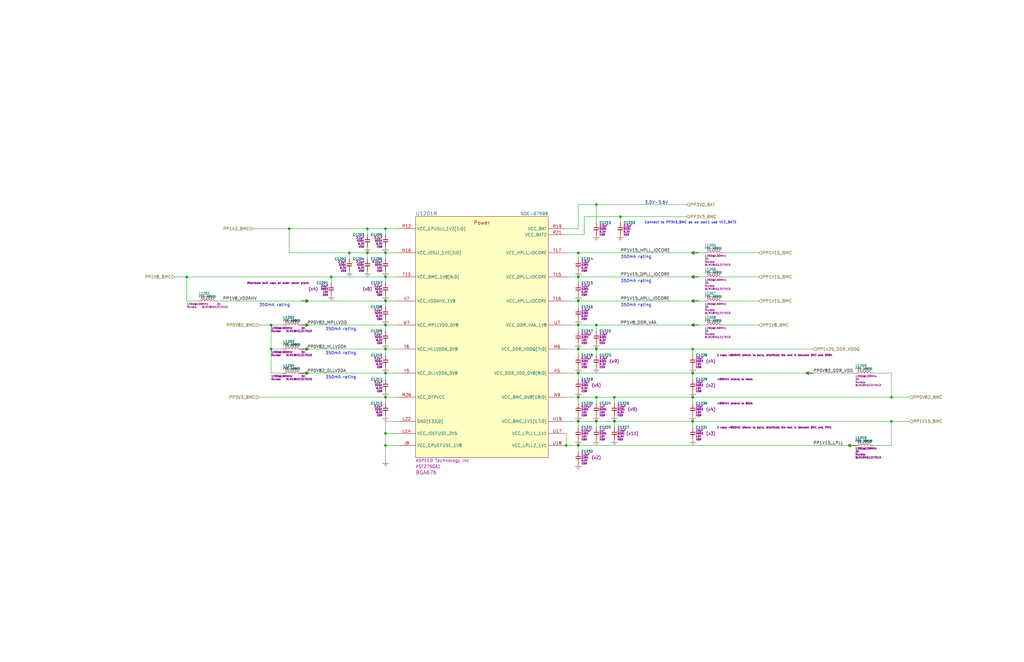
<source format=kicad_sch>
(kicad_sch (version 20231120) (generator "eeschema") (generator_version "8.0")
  (paper "B")
  (title_block (title "${PROJ}") (rev "${REV}") (company "${RPN}") (comment 1 "BMC Power"))
  (lib_symbols
    (symbol "Capacitors, ceramic, Murata:CCM-610AA" (pin_numbers hide) (pin_names (offset 0) hide)
      (property "Reference" "C" (at 1.27 2.54 0))
      (property "val" "0.10µF" (at 1.27 1.27 0))
      (property "pkg" "0201" (at 1.27 0 0))
      (property "volt" "10V" (at 1.27 -1.27 0))
      (property "type" "X5R" (at 1.27 -2.54 0))
      (symbol "CCM-610AA_1_1"
        (pin passive line (at 0 2.54 270) (length 2.032) (name "~") (number "1"))
        (pin passive line (at 0 -2.54 90) (length 2.032) (name "~") (number "2"))
      )
    )
    (symbol "Capacitors, ceramic, Murata:CCM-710AD" (pin_numbers hide) (pin_names (offset 0) hide)
      (property "Reference" "C" (at 1.27 2.54 0))
      (property "val" "1µF" (at 1.27 1.27 0))
      (property "pkg" "0201" (at 1.27 0 0))
      (property "volt" "10V" (at 1.27 -1.27 0))
      (property "type" "X5R" (at 1.27 -2.54 0))
      (symbol "CCM-710AD_1_1"
        (pin passive line (at 0 2.54 270) (length 2.032) (name "~") (number "1"))
        (pin passive line (at 0 -2.54 90) (length 2.032) (name "~") (number "2"))
      )
    )
    (symbol "Capacitors, ceramic, Murata:CCM-722AA" (pin_numbers hide) (pin_names (offset 0) hide)
      (property "Reference" "C" (at 1.27 2.54 0))
      (property "val" "2.2µF" (at 1.27 1.27 0))
      (property "pkg" "0201" (at 1.27 0 0))
      (property "volt" "6.3V" (at 1.27 -1.27 0))
      (property "type" "X5R" (at 1.27 -2.54 0))
      (symbol "CCM-722AA_1_1"
        (pin passive line (at 0 2.54 270) (length 2.032) (name "~") (number "1"))
        (pin passive line (at 0 -2.54 90) (length 2.032) (name "~") (number "2"))
      )
    )
    (symbol "Capacitors, ceramic, Murata:CCM-822CC" (pin_numbers hide) (pin_names (offset 0) hide)
      (property "Reference" "C" (at 1.27 2.54 0))
      (property "val" "22µF" (at 1.27 1.27 0))
      (property "pkg" "0603" (at 1.27 0 0))
      (property "volt" "10V" (at 1.27 -1.27 0))
      (property "type" "X5R" (at 1.27 -2.54 0))
      (symbol "CCM-822CC_1_1"
        (pin passive line (at 0 2.54 270) (length 2.032) (name "~") (number "1"))
        (pin passive line (at 0 -2.54 90) (length 2.032) (name "~") (number "2"))
      )
    )
    (symbol "Inductors:FRB-68805" (pin_numbers hide) (pin_names (offset 1.016) hide)
      (property "Reference" "L" (at -3.81 3.175 0))
      (property "Value" "FRB-68805" (at -3.81 1.905 0))
      (property "imp" "120Ω@100MHz" (at -3.81 -1.27 0))
      (property "mfr" "Murata" (at -3.81 -3.81 0))
      (property "mpn" "BLM18KG121TN1D" (at -3.81 -5.08 0))
      (property "Imax" "3A" (at -3.81 -2.54 0))
      (symbol "FRB-68805_1_1"
        (pin passive line (at -3.81 0 0) (length 1.27) (name "1") (number "1"))
        (pin passive line (at 3.81 0 180) (length 1.27) (name "2") (number "2"))
      )
    )
    (symbol "Power:GND" (power) (pin_names (offset 0)) (in_bom no) (on_board no)
      (symbol "GND_1_1"
        (pin power_in line (at 0 0 270) (length 0) hide (name "GND") (number "1"))
      )
    )
    (symbol "Power:PWR_FLAG" (power) (pin_numbers hide) (pin_names (offset 0) hide) (in_bom no) (on_board no)
      (symbol "PWR_FLAG_0_0"
        (pin power_out line (at 0 0 180) (length 0) (name "pwr") (number "1"))
      )
    )
    (symbol "SoCs, non-Rivos:SOC-67599"
      (property "Reference" "U" (at -17.78 57.15 0))
      (property "Value" "SOC-67599" (at 17.78 57.15 0))
      (property "mfr" "ASPEED Technology Inc" (at -17.78 -58.42 0))
      (property "mpn" "AST2750A1" (at -17.78 -60.96 0))
      (property "pkg" "BGA676" (at -17.78 -63.5 0))
      (symbol "SOC-67599_1_1"
        (text "PCIe0" (at -8.89 22.86 0) (effects (font (size 1.524 1.524)) (justify left)))
        (text "PCIe1" (at 2.54 22.86 0) (effects (font (size 1.524 1.524)) (justify left)))
        (pin input line (at -27.94 20.32 0) (length 7.62) (name "PE0CK_P") (number "AA10"))
        (pin passive line (at -27.94 -20.32 0) (length 7.62) hide (name "VCC_PEG4_1V8[1:0]") (number "AA7"))
        (pin power_in line (at -27.94 -10.16 0) (length 7.62) (name "VCC_PEG4_0V8[1:0]") (number "AA8"))
        (pin input inverted_clock (at 27.94 17.78 180) (length 7.62) (name "PE1CK_N") (number "AA9"))
        (pin input inverted_clock (at -27.94 17.78 0) (length 7.62) (name "PE0CK_N") (number "AB10"))
        (pin passive line (at -27.94 -10.16 0) (length 7.62) hide (name "VCC_PEG4_0V8[1:0]") (number "AB8"))
        (pin input inverted (at 27.94 2.54 180) (length 7.62) (name "PE1RX_N") (number "AC7"))
        (pin output inverted (at 27.94 10.16 180) (length 7.62) (name "PE1TX_N") (number "AC9"))
        (pin input line (at 27.94 -10.16 180) (length 7.62) (name "PCIEREF") (number "AD11"))
        (pin input line (at 27.94 5.08 180) (length 7.62) (name "PE1RX_P") (number "AD7"))
        (pin output line (at 27.94 12.7 180) (length 7.62) (name "PE1TX_P") (number "AD9"))
        (pin output line (at -27.94 12.7 0) (length 7.62) (name "PE0TX_P") (number "AE10"))
        (pin bidirectional line (at 27.94 -2.54 180) (length 7.62) (name "PCIE1RSTN1v8") (number "AE3"))
        (pin input line (at -27.94 5.08 0) (length 7.62) (name "PE0RX_P") (number "AE8"))
        (pin output inverted (at -27.94 10.16 0) (length 7.62) (name "PE0TX_N") (number "AF10"))
        (pin bidirectional line (at -27.94 -2.54 0) (length 7.62) (name "PCIE0RSTN1v8") (number "AF2"))
        (pin input inverted (at -27.94 2.54 0) (length 7.62) (name "PE0RX_N") (number "AF8"))
        (pin power_in line (at -27.94 -20.32 0) (length 7.62) (name "VCC_PEG4_1V8[1:0]") (number "Y8"))
        (pin input line (at 27.94 20.32 180) (length 7.62) (name "PE1CK_P") (number "Y9"))
      )
      (symbol "SOC-67599_2_1"
        (text "DP HBR" (at 0 11.43 0) (effects (font (size 1.524 1.524))))
        (pin input line (at 27.94 -8.89 180) (length 7.62) (name "DPHPD1v8") (number "AA6"))
        (pin power_in line (at -27.94 -8.89 0) (length 7.62) (name "VCC_DP_VCC12A_1V2") (number "AB5"))
        (pin power_in line (at -27.94 1.27 0) (length 7.62) (name "VCC_DP_VCC18A_1V8") (number "AB6"))
        (pin bidirectional inverted (at -27.94 6.35 0) (length 7.62) (name "DPAUX_N") (number "AC5"))
        (pin bidirectional line (at -27.94 8.89 0) (length 7.62) (name "DPAUX_P") (number "AD5"))
        (pin output inverted (at 27.94 -1.27 180) (length 7.62) (name "DPMLTX1_N") (number "AE5"))
        (pin output inverted (at 27.94 6.35 180) (length 7.62) (name "DPMLTX0_N") (number "AE6"))
        (pin output line (at 27.94 1.27 180) (length 7.62) (name "DPMLTX1_P") (number "AF5"))
        (pin output line (at 27.94 8.89 180) (length 7.62) (name "DPMLTX0_P") (number "AF6"))
      )
      (symbol "SOC-67599_3_1"
        (text "DDR4/DDR5" (at 0 53.34 0) (effects (font (size 1.524 1.524))))
        (pin output line (at 25.4 43.18 180) (length 7.62) (name "DDR5CK_P") (number "AA1"))
        (pin output inverted_clock (at 25.4 40.64 180) (length 7.62) (name "DDR5CK_N") (number "AA2"))
        (pin bidirectional line (at 25.4 -5.08 180) (length 7.62) (name "DDR4CA10") (number "AA4"))
        (pin output inverted_clock (at 25.4 48.26 180) (length 7.62) (name "DDR4CK_N") (number "AB1"))
        (pin output line (at 25.4 50.8 180) (length 7.62) (name "DDR4CK_P") (number "AB2"))
        (pin bidirectional line (at 25.4 35.56 180) (length 7.62) (name "DDR4BA0") (number "AB3"))
        (pin bidirectional line (at 25.4 33.02 180) (length 7.62) (name "DDR4BA1") (number "AC1"))
        (pin output output_low (at 25.4 -22.86 180) (length 7.62) (name "DDR4CASN") (number "AC3"))
        (pin bidirectional line (at 25.4 -12.7 180) (length 7.62) (name "DDR4CA13") (number "AD1"))
        (pin output output_low (at 25.4 -27.94 180) (length 7.62) (name "DDR4RASN") (number "AD2"))
        (pin output output_low (at 25.4 -40.64 180) (length 7.62) (name "DDR4CSN") (number "AD3"))
        (pin output output_low (at 25.4 -25.4 180) (length 7.62) (name "DDR4WEN") (number "AE1"))
        (pin output line (at 25.4 -45.72 180) (length 7.62) (name "DDR_ODT") (number "AE2"))
        (pin bidirectional inverted (at -25.4 33.02 0) (length 7.62) (name "DDRDQS0_N") (number "G1"))
        (pin bidirectional line (at -25.4 35.56 0) (length 7.62) (name "DDRDQS0_P") (number "G2"))
        (pin bidirectional line (at -25.4 22.86 0) (length 7.62) (name "DDRDQ0") (number "G3"))
        (pin bidirectional line (at -25.4 15.24 0) (length 7.62) (name "DDRDQ3") (number "H3"))
        (pin bidirectional line (at -25.4 20.32 0) (length 7.62) (name "DDRDQ1") (number "H4"))
        (pin bidirectional line (at -25.4 7.62 0) (length 7.62) (name "DDRDQ6") (number "J1"))
        (pin output line (at -25.4 27.94 0) (length 7.62) (name "DDRDM0") (number "J2"))
        (pin bidirectional line (at -25.4 12.7 0) (length 7.62) (name "DDRDQ4") (number "J3"))
        (pin bidirectional line (at -25.4 17.78 0) (length 7.62) (name "DDRDQ2") (number "J4"))
        (pin bidirectional line (at -25.4 5.08 0) (length 7.62) (name "DDRDQ7") (number "K2"))
        (pin bidirectional line (at -25.4 10.16 0) (length 7.62) (name "DDRDQ5") (number "K3"))
        (pin bidirectional line (at -25.4 -12.7 0) (length 7.62) (name "DDRDQ8") (number "L3"))
        (pin bidirectional inverted (at -25.4 -2.54 0) (length 7.62) (name "DDRDQS1_N") (number "M1"))
        (pin bidirectional line (at -25.4 0 0) (length 7.62) (name "DDRDQS1_P") (number "M2"))
        (pin bidirectional line (at -25.4 -15.24 0) (length 7.62) (name "DDRDQ9") (number "M3"))
        (pin bidirectional line (at -25.4 -20.32 0) (length 7.62) (name "DDRDQ11") (number "M4"))
        (pin bidirectional line (at -25.4 -25.4 0) (length 7.62) (name "DDRDQ13") (number "N1"))
        (pin bidirectional line (at -25.4 -17.78 0) (length 7.62) (name "DDRDQ10") (number "N2"))
        (pin output line (at -25.4 -7.62 0) (length 7.62) (name "DDRDM1") (number "N3"))
        (pin bidirectional line (at -25.4 -30.48 0) (length 7.62) (name "DDRDQ15") (number "P1"))
        (pin bidirectional line (at -25.4 -27.94 0) (length 7.62) (name "DDRDQ14") (number "P3"))
        (pin bidirectional line (at -25.4 -22.86 0) (length 7.62) (name "DDRDQ12") (number "P4"))
        (pin bidirectional line (at 25.4 -17.78 180) (length 7.62) (name "DDR4CKE_DDR5CSN") (number "R2"))
        (pin output output_low (at 25.4 -38.1 180) (length 7.62) (name "DDR4ACTN_DDR5CA2") (number "R3"))
        (pin bidirectional line (at 25.4 25.4 180) (length 7.62) (name "DDR4BG1_DDR5CA1") (number "R4"))
        (pin bidirectional line (at 25.4 2.54 180) (length 7.62) (name "DDR4CA7_DDR5CA6") (number "T1"))
        (pin bidirectional line (at 25.4 27.94 180) (length 7.62) (name "DDR4BG0_DDR5CA0") (number "T2"))
        (pin open_collector line (at 25.4 -33.02 180) (length 7.62) (name "DDR_ALERTN") (number "T4"))
        (pin bidirectional line (at 25.4 -2.54 180) (length 7.62) (name "DDR4CA9_DDR5CA3") (number "U1"))
        (pin bidirectional line (at 25.4 -10.16 180) (length 7.62) (name "DDR4CA12_DDR5CA4") (number "U2"))
        (pin bidirectional line (at 25.4 -7.62 180) (length 7.62) (name "DDR4CA11_DDR5CA5") (number "U3"))
        (pin bidirectional line (at 25.4 5.08 180) (length 7.62) (name "DDR4CA6_DDR5CA8") (number "U4"))
        (pin bidirectional line (at 25.4 0 180) (length 7.62) (name "DDR4CA8_DDR5CA7") (number "V1"))
        (pin bidirectional line (at 25.4 10.16 180) (length 7.62) (name "DDR4CA4_DDR5CA10") (number "V3"))
        (pin bidirectional line (at 25.4 15.24 180) (length 7.62) (name "DDR4CA2_DDR5CA12") (number "V4"))
        (pin output line (at -25.4 -48.26 0) (length 7.62) (name "DDRATO") (number "V5"))
        (pin bidirectional line (at 25.4 12.7 180) (length 7.62) (name "DDR4CA3_DDR5CA11") (number "W1"))
        (pin bidirectional line (at 25.4 7.62 180) (length 7.62) (name "DDR4CA5_DDR5CA9") (number "W2"))
        (pin bidirectional line (at 25.4 20.32 180) (length 7.62) (name "DDR4CA0") (number "W3"))
        (pin input line (at 25.4 -50.8 180) (length 7.62) (name "DDR_ZN") (number "W4"))
        (pin bidirectional line (at 25.4 17.78 180) (length 7.62) (name "DDR4CA1_DDR5CA13") (number "Y1"))
        (pin output output_low (at 25.4 -35.56 180) (length 7.62) (name "DDRRESETN") (number "Y2"))
        (pin output line (at -25.4 -50.8 0) (length 7.62) (name "DDRDTO") (number "Y3"))
      )
      (symbol "SOC-67599_4_1"
        (text "UFS 2.1" (at 0 13.97 0) (effects (font (size 1.524 1.524))))
        (pin output line (at 27.94 11.43 180) (length 7.62) (name "UFSTX0_P") (number "A2"))
        (pin input line (at 27.94 -8.89 180) (length 7.62) (name "UFSRX1_P") (number "B1"))
        (pin output inverted (at 27.94 8.89 180) (length 7.62) (name "UFSTX0_N") (number "B2"))
        (pin input inverted (at 27.94 -11.43 180) (length 7.62) (name "UFSRX1_N") (number "C1"))
        (pin output line (at 27.94 6.35 180) (length 7.62) (name "UFSTX1_P") (number "C2"))
        (pin input line (at 27.94 -3.81 180) (length 7.62) (name "UFSRX0_P") (number "D1"))
        (pin output inverted (at 27.94 3.81 180) (length 7.62) (name "UFSTX1_N") (number "D2"))
        (pin input inverted (at 27.94 -6.35 180) (length 7.62) (name "UFSRX0_N") (number "E1"))
        (pin output clock (at -27.94 11.43 0) (length 7.62) (name "UFSREFCK1v2") (number "E2"))
        (pin output output_low (at -27.94 6.35 0) (length 7.62) (name "UFSRSTN1v2") (number "F2"))
        (pin power_in line (at -27.94 -11.43 0) (length 7.62) (name "VCC_UFS_0V8") (number "K7"))
        (pin power_in line (at -27.94 -1.27 0) (length 7.62) (name "VCC_UFS_1V8") (number "L8"))
      )
      (symbol "SOC-67599_5_1"
        (text "USB2C supports USB-to-UART\n(access to UART11 and UART12)" (at -5.08 16.51 0) (effects (font (size 1 1)) (justify left)))
        (text "USB3.1 Gen2" (at 0 39.37 0) (effects (font (size 1.524 1.524))))
        (pin output inverted (at -27.94 34.29 0) (length 7.62) (name "USB3ATX_N") (number "A3"))
        (pin bidirectional line (at 27.94 29.21 180) (length 7.62) (name "USB2B_P") (number "A4"))
        (pin input inverted (at -27.94 11.43 0) (length 7.62) (name "USB3BRX_N") (number "A5"))
        (pin output line (at -27.94 36.83 0) (length 7.62) (name "USB3ATX_P") (number "B3"))
        (pin bidirectional inverted (at 27.94 26.67 180) (length 7.62) (name "USB2B_N") (number "B4"))
        (pin input line (at -27.94 13.97 0) (length 7.62) (name "USB3BRX_P") (number "B5"))
        (pin bidirectional line (at 27.94 36.83 180) (length 7.62) (name "USB2A_P") (number "C3"))
        (pin input line (at -27.94 29.21 0) (length 7.62) (name "USB3ARX_P") (number "C5"))
        (pin bidirectional inverted (at 27.94 34.29 180) (length 7.62) (name "USB2A_N") (number "D3"))
        (pin input inverted (at -27.94 26.67 0) (length 7.62) (name "USB3ARX_N") (number "D5"))
        (pin input line (at 27.94 -31.75 180) (length 7.62) (name "USB2ATXRTUNE") (number "E3"))
        (pin input line (at -27.94 -31.75 0) (length 7.62) (name "USB3RESREF") (number "E4"))
        (pin output line (at -27.94 21.59 0) (length 7.62) (name "USB3BTX_P") (number "E6"))
        (pin input line (at 27.94 -36.83 180) (length 7.62) (name "USB2BTXRTUNE") (number "F5"))
        (pin output inverted (at -27.94 19.05 0) (length 7.62) (name "USB3BTX_N") (number "F6"))
        (pin power_in line (at 27.94 3.81 180) (length 7.62) (name "VCCA_USB2C_3V3") (number "G15"))
        (pin input clock (at -27.94 6.35 0) (length 7.62) (name "USB25CK_P") (number "G6"))
        (pin bidirectional line (at 27.94 21.59 180) (length 7.62) (name "USB2C_P") (number "H15"))
        (pin input inverted_clock (at -27.94 3.81 0) (length 7.62) (name "USB25CK_N") (number "H6"))
        (pin bidirectional inverted (at 27.94 19.05 180) (length 7.62) (name "USB2C_N") (number "J15"))
        (pin power_in line (at 27.94 6.35 180) (length 7.62) (name "VCC_USB2_3V3") (number "J7"))
        (pin power_in line (at -27.94 -8.89 0) (length 7.62) (name "VCC_USB3_1V8[1:0]") (number "K10"))
        (pin power_in line (at 27.94 -19.05 180) (length 7.62) (name "VCC_USB2_0V8") (number "K11"))
        (pin power_in line (at 27.94 1.27 180) (length 7.62) (name "VCCA_USB2D_3V3") (number "K14"))
        (pin bidirectional line (at 27.94 13.97 180) (length 7.62) (name "USB2D_P") (number "K15"))
        (pin power_in line (at -27.94 -19.05 0) (length 7.62) (name "VCC_USB3_0V8[1:0]") (number "K9"))
        (pin passive line (at -27.94 -8.89 0) (length 7.62) hide (name "VCC_USB3_1V8[1:0]") (number "L10"))
        (pin power_in line (at 27.94 -8.89 180) (length 7.62) (name "VCC_USB2_1V8") (number "L11"))
        (pin bidirectional inverted (at 27.94 11.43 180) (length 7.62) (name "USB2D_N") (number "L15"))
        (pin passive line (at -27.94 -19.05 0) (length 7.62) hide (name "VCC_USB3_0V8[1:0]") (number "L9"))
      )
      (symbol "SOC-67599_6_1"
        (text "eMMC" (at -5.08 36.83 0) (effects (font (size 1.524 1.524))))
        (text "JTAG0 (M/S)" (at 7.62 29.21 0) (effects (font (size 1.524 1.524)) (justify left)))
        (text "JTAG1 (M)" (at 1.27 12.7 0) (effects (font (size 1.524 1.524)) (justify left)))
        (text "LTPI1 Rx" (at 10.16 -24.13 0) (effects (font (size 1.524 1.524)) (justify left)))
        (text "LTPI1 Tx" (at 10.16 -8.89 0) (effects (font (size 1.524 1.524)) (justify left)))
        (text "LTPI2 Rx" (at -10.16 -24.13 0) (effects (font (size 1.524 1.524)) (justify right)))
        (text "LTPI2 Tx" (at -10.16 -8.89 0) (effects (font (size 1.524 1.524)) (justify right)))
        (pin input line (at 45.72 29.21 180) (length 7.62) (name "TMS01v8") (number "AA5"))
        (pin bidirectional line (at -45.72 21.59 0) (length 7.62) (name "EMMCDAT3_GPIO18A5") (number "AB13"))
        (pin input input_low (at -45.72 1.27 0) (length 7.62) (name "EMMCCDN_VB0CSN_GPIO18A6") (number "AB14"))
        (pin bidirectional line (at -45.72 13.97 0) (length 7.62) (name "EMMCDAT5_VB0MISO_GPIO18B1_UFSCLKI") (number "AC13"))
        (pin output clock (at -45.72 34.29 0) (length 7.62) (name "EMMCCLK_VB1CSN_GPIO18A0") (number "AC14"))
        (pin input inverted (at 45.72 -29.21 180) (length 7.62) (name "LTPI1RX_N") (number "AC21"))
        (pin output line (at 45.72 -11.43 180) (length 7.62) (name "LTPI1TX_P") (number "AC23"))
        (pin bidirectional line (at -45.72 11.43 0) (length 7.62) (name "EMMCDAT6_DDCCLK_GPIO18B2") (number "AD13"))
        (pin bidirectional line (at -45.72 29.21 0) (length 7.62) (name "EMMCDAT0_VB1MOSI_GPIO18A2") (number "AD14"))
        (pin input line (at 45.72 -26.67 180) (length 7.62) (name "LTPI1RX_P") (number "AD21"))
        (pin output inverted (at 45.72 -13.97 180) (length 7.62) (name "LTPI1TX_N") (number "AD23"))
        (pin input input_low (at 45.72 34.29 180) (length 7.62) (name "NTRST01v8") (number "AD4"))
        (pin bidirectional line (at -45.72 8.89 0) (length 7.62) (name "EMMCDAT7_DDCDAT_GPIO18B3") (number "AE13"))
        (pin bidirectional line (at -45.72 26.67 0) (length 7.62) (name "EMMCDAT1_VB1MISO_GPIO18A3") (number "AE14"))
        (pin bidirectional line (at -45.72 3.81 0) (length 7.62) (name "EMMCCMD_VB1CK_GPIO18A1") (number "AE15"))
        (pin input inverted_clock (at 45.72 -21.59 180) (length 7.62) (name "LTPI1RXCK_N") (number "AE22"))
        (pin output inverted (at 45.72 -6.35 180) (length 7.62) (name "LTPI1TXCK_N") (number "AE24"))
        (pin input line (at 45.72 24.13 180) (length 7.62) (name "TDI01v8") (number "AE4"))
        (pin bidirectional line (at -45.72 16.51 0) (length 7.62) (name "EMMCDAT4_VB0MOSI_GPIO18B0") (number "AF13"))
        (pin bidirectional line (at -45.72 24.13 0) (length 7.62) (name "EMMCDAT2_GPIO18A4") (number "AF14"))
        (pin input clock (at 45.72 -19.05 180) (length 7.62) (name "LTPI1RXCK_P") (number "AF22"))
        (pin output line (at 45.72 -3.81 180) (length 7.62) (name "LTPI1TXCK_P") (number "AF24"))
        (pin input clock (at 45.72 31.75 180) (length 7.62) (name "TCK01v8") (number "AF3"))
        (pin output line (at 45.72 26.67 180) (length 7.62) (name "TDO01v8") (number "AF4"))
        (pin output output_low (at 45.72 19.05 180) (length 7.62) (name "GPIOQ2_MNTRST13v3") (number "D12"))
        (pin output line (at 45.72 13.97 180) (length 7.62) (name "GPIOQ4_MTMS13v3") (number "E11"))
        (pin output line (at 45.72 16.51 180) (length 7.62) (name "GPIOQ3_MTCK13v3") (number "F10"))
        (pin output line (at 45.72 11.43 180) (length 7.62) (name "GPIOQ5_MTDI13v3") (number "F11"))
        (pin input line (at 45.72 8.89 180) (length 7.62) (name "GPIOQ6_MTDO13v3") (number "F13"))
        (pin power_in line (at 45.72 3.81 180) (length 7.62) (name "VCC_BMC_3V3[3:0]") (number "G13"))
        (pin power_in line (at -45.72 -34.29 0) (length 7.62) (name "VCC_LTPIIO2_1V8[1:0]") (number "P19"))
        (pin power_in line (at 45.72 -34.29 180) (length 7.62) (name "VCC_LTPIIO_1V8[1:0]") (number "P20"))
        (pin passive line (at 45.72 -34.29 180) (length 7.62) hide (name "VCC_LTPIIO_1V8[1:0]") (number "P21"))
        (pin passive line (at -45.72 -34.29 0) (length 7.62) hide (name "VCC_LTPIIO2_1V8[1:0]") (number "R20"))
        (pin output inverted (at -45.72 -6.35 0) (length 7.62) (name "LTPI2TXCK_N") (number "T25"))
        (pin output line (at -45.72 -3.81 0) (length 7.62) (name "LTPI2TXCK_P") (number "T26"))
        (pin output inverted (at -45.72 -13.97 0) (length 7.62) (name "LTPI2TX_N") (number "U23"))
        (pin output line (at -45.72 -11.43 0) (length 7.62) (name "LTPI2TX_P") (number "U24"))
        (pin input inverted_clock (at -45.72 -21.59 0) (length 7.62) (name "LTPI2RXCK_N") (number "V25"))
        (pin input clock (at -45.72 -19.05 0) (length 7.62) (name "LTPI2RXCK_P") (number "V26"))
        (pin input inverted (at -45.72 -29.21 0) (length 7.62) (name "LTPI2RX_N") (number "W23"))
        (pin input line (at -45.72 -26.67 0) (length 7.62) (name "LTPI2RX_P") (number "W24"))
      )
      (symbol "SOC-67599_7_1"
        (text "eSPI0/1" (at 0 13.97 0) (effects (font (size 1.524 1.524))))
        (pin input input_low (at -58.42 3.81 0) (length 7.62) (name "ESPI0CSN_L0FRAMEN_GPIOM5") (number "B13"))
        (pin bidirectional line (at -58.42 -6.35 0) (length 7.62) (name "ESPI0D3_L0AD3_GPIOM3") (number "B14"))
        (pin bidirectional line (at -58.42 -3.81 0) (length 7.62) (name "ESPI0D2_L0AD2_GPIOM2") (number "B15"))
        (pin bidirectional line (at -58.42 1.27 0) (length 7.62) (name "ESPI0D0_L0AD0_GPIOM0") (number "B16"))
        (pin open_collector line (at 58.42 6.35 180) (length 7.62) (name "ESPI1ALTN_L1SIRQN_SD0CMD_GPIOA2_SDA3_VPIVS") (number "C11"))
        (pin bidirectional line (at 58.42 -3.81 180) (length 7.62) (name "ESPI1D2_L1AD2_SD0DAT2_GPIOA6_SDA2") (number "C12"))
        (pin bidirectional line (at 58.42 -6.35 180) (length 7.62) (name "ESPI1D3_L1AD3_SD0DAT3_GPIOA7_SCL3") (number "C13"))
        (pin input input_low (at 58.42 8.89 180) (length 7.62) (name "ESPI1RSTN_LPC1RSTN_SD0CDN_GPIOA1_SCL1_VPIHS") (number "C14"))
        (pin input input_low (at -58.42 8.89 0) (length 7.62) (name "ESPI0RSTN_LPC0RSTN_GPIOM7") (number "C15"))
        (pin input clock (at 58.42 11.43 180) (length 7.62) (name "ESPI1CK_L1CLK_SD0CLK_GPIOA0_SCL0_VPICLK") (number "C16"))
        (pin input clock (at -58.42 11.43 0) (length 7.62) (name "ESPI0CK_L0CLK_OSCCLK_GPIOM4") (number "C17"))
        (pin bidirectional line (at 58.42 -1.27 180) (length 7.62) (name "ESPI1D1_L1AD1_SD0DAT1_GPIOA5_SCL2_VPIR1") (number "D10"))
        (pin bidirectional line (at -58.42 -1.27 0) (length 7.62) (name "ESPI0D1_L0AD1_GPIOM1") (number "D14"))
        (pin input input_low (at 58.42 3.81 180) (length 7.62) (name "ESPI1CSN_L1FRAMEN_SD0WPN_GPIOA3_SDA0_VPIDE") (number "D9"))
        (pin open_collector line (at -58.42 6.35 0) (length 7.62) (name "ESPI0ALTN_L0SIRQN_GPIOM6") (number "E14"))
        (pin bidirectional line (at 58.42 1.27 180) (length 7.62) (name "ESPI1D0_L1AD0_SD0DAT0_GPIOA4_SDA1_VPIR0") (number "F14"))
        (pin power_in line (at 58.42 -11.43 180) (length 7.62) (name "VCC_ESPI1_1V8_3V3") (number "G17"))
        (pin power_in line (at -58.42 -11.43 0) (length 7.62) (name "VCC_ESPI0_1V8_3V3") (number "G18"))
      )
      (symbol "SOC-67599_8_1"
        (text "AST27x0A1: BOOT_FROM_UART strap at pin W16\n0: Disable (int. pulldown)\n1: Enable (ext. pullup required)" (at -29.21 -17.78 0) (effects (font (size 1 1)) (justify left)))
        (text "AST27x0A1: HeartBeat LED function strap at pin AC16\n0: Enable (int. pulldown)\n1: Disable (ext. pullup required)" (at -36.83 12.7 0) (effects (font (size 1 1)) (justify left)))
        (text "AST27x0A1: LTPI CRC mode sel. strap at pin AA14\n0: CRC option 1 (int. pulldown)\n1: CRC option 2" (at -29.21 -11.43 0) (effects (font (size 1 1)) (justify left)))
        (text "Debug / Boot from UART" (at -6.35 -26.67 0) (effects (font (size 1.524 1.524)) (justify left)))
        (text "UART / GPIO" (at -1.27 33.02 0) (effects (font (size 1.524 1.524))))
        (pin bidirectional line (at -52.07 -7.62 0) (length 7.62) (name "GPIOF5_NRTS1") (number "AA14"))
        (pin bidirectional line (at -52.07 5.08 0) (length 7.62) (name "GPIOF0_NCTS1_SIOONCTRLN1_HPM1GPO0") (number "AA15"))
        (pin bidirectional line (at -52.07 27.94 0) (length 7.62) (name "GPIOE1_NDCD0_SIOPBIN1") (number "AA16"))
        (pin bidirectional line (at 52.07 20.32 180) (length 7.62) (name "GPIOG3_RXD3_WDTRST1N_PWM9_SDA12_SM1CLKI") (number "AA17"))
        (pin bidirectional line (at -52.07 2.54 0) (length 7.62) (name "GPIOF1_NDCD1_SIOPWRGD1_HPM1GPO1") (number "AB15"))
        (pin bidirectional line (at -52.07 17.78 0) (length 7.62) (name "GPIOE5_NRTS0_SIOPWREQN1") (number "AB16"))
        (pin output line (at 52.07 7.62 180) (length 7.62) (name "TXD5_GPIOG4_WDTRST2N_PWM10_SCL13_SM1MOSII") (number "AB17"))
        (pin bidirectional line (at 52.07 30.48 180) (length 7.62) (name "GPIOG0_TXD2") (number "AB18"))
        (pin bidirectional line (at -52.07 0 0) (length 7.62) (name "GPIOF2_NDSR1_SALT2") (number "AC15"))
        (pin output line (at -52.07 15.24 0) (length 7.62) (name "TXD0") (number "AC16"))
        (pin bidirectional line (at 52.07 0 180) (length 7.62) (name "GPIOG6_TXD6_PWM12_SALT0_SCL14_SM1IO2I") (number "AC17"))
        (pin bidirectional line (at 52.07 27.94 180) (length 7.62) (name "GPIOG1_RXD2_SCL12") (number "AC18"))
        (pin output line (at 52.07 15.24 180) (length 7.62) (name "TXD41v8") (number "AD12"))
        (pin bidirectional line (at -52.07 -2.54 0) (length 7.62) (name "GPIOF3_NRI1_SALT3") (number "AD15"))
        (pin input line (at 52.07 5.08 180) (length 7.62) (name "RXD5_GPIOG5_WDTRST3N_PWM11_SDA13_SM1MISOI") (number "AD16"))
        (pin bidirectional line (at 52.07 -2.54 180) (length 7.62) (name "GPIOG7_RXD6_PWM13_SALT1_SDA14_SM1IO3I") (number "AD17"))
        (pin input line (at 52.07 12.7 180) (length 7.62) (name "RXD41v8") (number "AE12"))
        (pin bidirectional line (at 52.07 -5.08 180) (length 7.62) (name "GPIOH0_TXD7_PWM14_SCL15_SM1CS0NO") (number "AE16"))
        (pin bidirectional line (at 52.07 -7.62 180) (length 7.62) (name "GPIOH1_RXD7_PWM15_SDA15_SM1MUXSEL") (number "AE17"))
        (pin input line (at -52.07 12.7 0) (length 7.62) (name "RXD0") (number "AF16"))
        (pin bidirectional line (at -52.07 30.48 0) (length 7.62) (name "GPIOE0_NCTS0_SIOPBON1") (number "AF17"))
        (pin output line (at 52.07 -22.86 180) (length 7.62) (name "BMCUART_TXD12") (number "D11"))
        (pin input line (at 52.07 -25.4 180) (length 7.62) (name "BMCUART_RXD12") (number "D13"))
        (pin power_in line (at 52.07 -30.48 180) (length 7.62) (name "VCC_BMC_3V3[3:0]") (number "G14"))
        (pin power_in line (at 52.07 -12.7 180) (length 7.62) (name "VCC_PG2_1V8_3V3[1:0]") (number "H16"))
        (pin bidirectional line (at -52.07 20.32 0) (length 7.62) (name "GPIOE4_NDTR0_SIOS5N1") (number "J13"))
        (pin passive line (at 52.07 -12.7 180) (length 7.62) hide (name "VCC_PG2_1V8_3V3[1:0]") (number "J16"))
        (pin bidirectional line (at 52.07 22.86 180) (length 7.62) (name "GPIOG2_TXD3_WDTRST0N_PWM8_SM1CS0NI") (number "K13"))
        (pin power_in line (at -52.07 -22.86 0) (length 7.62) (name "VCC_SYSUART_1V8_3V3[1:0]") (number "K16"))
        (pin passive line (at -52.07 -22.86 0) (length 7.62) hide (name "VCC_SYSUART_1V8_3V3[1:0]") (number "L16"))
        (pin bidirectional line (at -52.07 -12.7 0) (length 7.62) (name "GPIOF7_RXD1") (number "V16"))
        (pin bidirectional line (at -52.07 22.86 0) (length 7.62) (name "GPIOE3_NRI0_SIOS3N1") (number "V17"))
        (pin bidirectional line (at -52.07 -10.16 0) (length 7.62) (name "GPIOF6_TXD1") (number "W16"))
        (pin bidirectional line (at -52.07 -5.08 0) (length 7.62) (name "GPIOF4_NDTR1_HPM1GPO2") (number "Y15"))
        (pin bidirectional line (at -52.07 25.4 0) (length 7.62) (name "GPIOE2_NDSR0_SIOSCIN1") (number "Y16"))
      )
      (symbol "SOC-67599_9_1"
        (text "MISC" (at 0 11.43 0) (effects (font (size 1.524 1.524))))
        (text "PECI" (at -1.27 -3.81 0) (effects (font (size 1.524 1.524)) (justify left)))
        (pin input input_low (at -33.02 3.81 0) (length 7.62) (name "SRSTN1v8") (number "AB11"))
        (pin input input_low (at -33.02 1.27 0) (length 7.62) (name "EXTRSTN1v8") (number "AB12"))
        (pin output output_low (at -33.02 -6.35 0) (length 7.62) (name "RSTIND1v8") (number "AB4"))
        (pin input line (at 33.02 8.89 180) (length 7.62) (name "ENTEST1v8") (number "AC11"))
        (pin input clock (at -33.02 8.89 0) (length 7.62) (name "CLKIN1v8") (number "AC12"))
        (pin bidirectional line (at 33.02 -1.27 180) (length 7.62) (name "PECI") (number "AD24"))
        (pin input input_low (at -33.02 -1.27 0) (length 7.62) (name "SSPRSTN1v8") (number "AF12"))
        (pin input input_low (at -33.02 -8.89 0) (length 7.62) (name "TSTRSTN") (number "AF15"))
        (pin power_in line (at 33.02 -6.35 180) (length 7.62) (name "VCC_PECIVDD_1V0") (number "L23"))
        (pin input input_low (at 33.02 3.81 180) (length 7.62) (name "CHASIN") (number "V15"))
      )
      (symbol "SOC-67599_10_1"
        (text "GPIO / TACH / PWM" (at 0 22.86 0) (effects (font (size 1.524 1.524))))
        (text "SCMGPO[11:0] will drive output 0 during power on until uboot \nconfiguration, make sure no harm to the peripherals connected." (at -49.53 -19.05 0) (effects (font (size 1 1)) (justify left)))
        (pin bidirectional line (at -58.42 17.78 0) (length 7.62) (name "GPIOB1_TACH1_THRUOUT0_SCMGPO1_VPIR3") (number "AA25"))
        (pin bidirectional line (at -58.42 15.24 0) (length 7.62) (name "GPIOB2_TACH2_THRUIN1_SCMGPO2_VPIR4") (number "AB23"))
        (pin bidirectional line (at 58.42 20.32 180) (length 7.62) (name "GPIOC2_TACH10_SALT12_NCTS6_SCMGPO10_VPIG4") (number "AB26"))
        (pin bidirectional line (at -58.42 20.32 0) (length 7.62) (name "GPIOB0_TACH0_THRUIN0_SCMGPO0_VPIR2") (number "AC26"))
        (pin bidirectional line (at 58.42 -15.24 180) (length 7.62) (name "GPIOD7_PWM7_SIOPWRGD0_SM0MUXSEL_HPM0GPO3") (number "AD22"))
        (pin bidirectional line (at 58.42 0 180) (length 7.62) (name "GPIOD1_PWM1_SIOPBIN0_SM0CLKI_HPM0GPI1_VPIB3") (number "AD25"))
        (pin bidirectional line (at 58.42 17.78 180) (length 7.62) (name "GPIOC3_TACH11_SALT13_NDCD6_SCMGPO11_VPIG5") (number "AD26"))
        (pin bidirectional line (at 58.42 -10.16 180) (length 7.62) (name "GPIOD5_PWM5_SIOPWREQN0_SM0IO3I_HPM0GPO1_VPIB7") (number "AE21"))
        (pin bidirectional line (at 58.42 -12.7 180) (length 7.62) (name "GPIOD6_PWM6_SIOONCTRLN0_SM0CS0NO_HPM0GPO2") (number "AE23"))
        (pin bidirectional line (at 58.42 2.54 180) (length 7.62) (name "GPIOD0_PWM0_SIOPBON0_SM0CS0NI_HPM0GPI0_VPIB2") (number "AE25"))
        (pin bidirectional line (at 58.42 12.7 180) (length 7.62) (name "GPIOC5_TACH13_SALT15_NRI6_SCMGPI1_VPIG7") (number "AE26"))
        (pin bidirectional line (at 58.42 -5.08 180) (length 7.62) (name "GPIOD3_PWM3_SIOS3N0_SM0MISOI_HPM0GPI3_VPIB5") (number "AF20"))
        (pin bidirectional line (at 58.42 -7.62 180) (length 7.62) (name "GPIOD4_PWM4_SIOS5N0_SM0IO2I_HPM0GPO0_VPIB6") (number "AF21"))
        (pin bidirectional line (at 58.42 -2.54 180) (length 7.62) (name "GPIOD2_PWM2_SIOSCIN0_SM0MOSII_HPM0GPI2_VPIB4") (number "AF23"))
        (pin bidirectional line (at 58.42 7.62 180) (length 7.62) (name "GPIOC7_TACH15_NRTS6_SM0CS0NI_SCMGPI3_VPIB1") (number "AF25"))
        (pin bidirectional line (at 58.42 10.16 180) (length 7.62) (name "GPIOC6_TACH14_NDTR6_SCMGPI2_VPIB0") (number "AF26"))
        (pin power_in line (at 58.42 -20.32 180) (length 7.62) (name "VCC_PG1_1V8_3V3[1:0]") (number "L25"))
        (pin power_in line (at -58.42 -7.62 0) (length 7.62) (name "VCC_PG0_1V8_3V3") (number "M24"))
        (pin passive line (at 58.42 -20.32 180) (length 7.62) hide (name "VCC_PG1_1V8_3V3[1:0]") (number "M25"))
        (pin bidirectional line (at -58.42 2.54 0) (length 7.62) (name "GPIOB7_TACH7_NRI5_SCMGPO7_VPIG1") (number "N25"))
        (pin bidirectional line (at -58.42 7.62 0) (length 7.62) (name "GPIOB5_TACH5_NDCD5_SCMGPO5_VPIR7") (number "N26"))
        (pin bidirectional line (at -58.42 5.08 0) (length 7.62) (name "GPIOB6_TACH6_NDSR5_SCMGPO6_VPIG0") (number "P25"))
        (pin bidirectional line (at 58.42 15.24 180) (length 7.62) (name "GPIOC4_TACH12_SALT14_NDSR6_SCMGPI0_VPIG6") (number "P26"))
        (pin bidirectional line (at -58.42 12.7 0) (length 7.62) (name "GPIOB3_TACH3_THRUOUT1_SCMGPO3_VPIR5") (number "U22"))
        (pin bidirectional line (at -58.42 10.16 0) (length 7.62) (name "GPIOB4_TACH4_NCTS5_SCMGPO4_VPIR6") (number "V21"))
        (pin bidirectional line (at -58.42 0 0) (length 7.62) (name "GPIOC0_TACH8_NDTR5_SCMGPO8_VPIG2") (number "V23"))
        (pin bidirectional line (at -58.42 -2.54 0) (length 7.62) (name "GPIOC1_TACH9_NRTS5_SCMGPO9_VPIG3") (number "W22"))
      )
      (symbol "SOC-67599_11_1"
        (text "FSI/I3CLV1" (at -15.24 -25.4 0) (effects (font (size 1.524 1.524)) (justify left)))
        (text "I3CHV0" (at 7.62 26.67 0) (effects (font (size 1.524 1.524)) (justify left)))
        (text "I3CHV1" (at -15.24 26.67 0) (effects (font (size 1.524 1.524)) (justify left)))
        (text "I3CLV1" (at -15.24 -5.08 0) (effects (font (size 1.524 1.524)) (justify left)))
        (pin bidirectional line (at -55.88 -2.54 0) (length 7.62) (name "GPIOJ3_I3CSDA5") (number "AA20"))
        (pin bidirectional line (at -55.88 -20.32 0) (length 7.62) (name "GPIOK2_I3CSCL9_FSI1CLK") (number "AA21"))
        (pin bidirectional line (at -55.88 -5.08 0) (length 7.62) (name "GPIOJ4_I3CSCL6") (number "AA22"))
        (pin bidirectional line (at -55.88 27.94 0) (length 7.62) (name "GPIOI4_HVI3C14SCL_SCL14") (number "AA23"))
        (pin bidirectional line (at 55.88 30.48 180) (length 7.62) (name "GPIOL3_HVI3CSDA1_SDA9") (number "AA24"))
        (pin bidirectional line (at 55.88 25.4 180) (length 7.62) (name "GPIOL5_HVI3CSDA2_SDA10") (number "AA26"))
        (pin bidirectional line (at -55.88 -7.62 0) (length 7.62) (name "GPIOJ5_I3CSDA6") (number "AB20"))
        (pin bidirectional line (at -55.88 -22.86 0) (length 7.62) (name "GPIOK3_I3CSDA9_FSI1DATA") (number "AB21"))
        (pin bidirectional line (at -55.88 22.86 0) (length 7.62) (name "GPIOI6_HVI3C15SCL_SCL15") (number "AB22"))
        (pin bidirectional line (at -55.88 -25.4 0) (length 7.62) (name "GPIOK4_I3CSCL10_FSI2CLK") (number "AC19"))
        (pin bidirectional line (at -55.88 -17.78 0) (length 7.62) (name "GPIOK1_I3CSDA8_FSI0DATA") (number "AC20"))
        (pin bidirectional line (at -55.88 25.4 0) (length 7.62) (name "GPIOI5_HVI3C14SDA_SDA14") (number "AC22"))
        (pin bidirectional line (at -55.88 -33.02 0) (length 7.62) (name "GPIOK7_I3CSDA11_FSI3DATA") (number "AD18"))
        (pin bidirectional line (at -55.88 -30.48 0) (length 7.62) (name "GPIOK6_I3CSCL11_FSI3CLK") (number "AD19"))
        (pin bidirectional line (at -55.88 -15.24 0) (length 7.62) (name "GPIOK0_I3CSCL8_FSI0CLK") (number "AD20"))
        (pin bidirectional line (at -55.88 -27.94 0) (length 7.62) (name "GPIOK5_I3CSDA10_FSI2DATA") (number "AE18"))
        (pin bidirectional line (at -55.88 -12.7 0) (length 7.62) (name "GPIOJ7_I3CSDA7") (number "AE19"))
        (pin bidirectional line (at -55.88 5.08 0) (length 7.62) (name "GPIOJ0_I3CSCL4") (number "AE20"))
        (pin bidirectional line (at -55.88 -10.16 0) (length 7.62) (name "GPIOJ6_I3CSCL7") (number "AF18"))
        (pin bidirectional line (at -55.88 2.54 0) (length 7.62) (name "GPIOJ1_I3CSDA4") (number "AF19"))
        (pin power_in line (at -55.88 -38.1 0) (length 7.62) (name "VCC_I3CVDDL1_1V0[2:0]") (number "N24"))
        (pin power_in line (at 55.88 15.24 180) (length 7.62) (name "VCC_I3CVDDH0_1V8_3V3[1:0]") (number "P22"))
        (pin passive line (at 55.88 15.24 180) (length 7.62) hide (name "VCC_I3CVDDH0_1V8_3V3[1:0]") (number "P23"))
        (pin passive line (at -55.88 -38.1 0) (length 7.62) hide (name "VCC_I3CVDDL1_1V0[2:0]") (number "P24"))
        (pin passive line (at -55.88 -38.1 0) (length 7.62) hide (name "VCC_I3CVDDL1_1V0[2:0]") (number "R24"))
        (pin bidirectional line (at 55.88 27.94 180) (length 7.62) (name "GPIOL4_HVI3CSCL2_SCL10") (number "R25"))
        (pin bidirectional line (at 55.88 22.86 180) (length 7.62) (name "GPIOL6_HVI3CSCL3_SCL11") (number "R26"))
        (pin power_in line (at -55.88 15.24 0) (length 7.62) (name "VCC_I3CVDDH1_1V8_3V3[1:0]") (number "T21"))
        (pin passive line (at -55.88 15.24 0) (length 7.62) hide (name "VCC_I3CVDDH1_1V8_3V3[1:0]") (number "T22"))
        (pin bidirectional line (at 55.88 38.1 180) (length 7.62) (name "GPIOL0_HVI3CSCL0_SCL8") (number "U25"))
        (pin bidirectional line (at 55.88 35.56 180) (length 7.62) (name "GPIOL1_HVI3CSDA0_SDA8") (number "U26"))
        (pin bidirectional line (at -55.88 30.48 0) (length 7.62) (name "GPIOI3_HVI3C13SDA_SDA13") (number "W21"))
        (pin bidirectional line (at -55.88 38.1 0) (length 7.62) (name "GPIOI0_HVI3C12SCL_SCL12") (number "W25"))
        (pin bidirectional line (at -55.88 20.32 0) (length 7.62) (name "GPIOI7_HVI3C15SDA_SDA15") (number "Y21"))
        (pin bidirectional line (at -55.88 0 0) (length 7.62) (name "GPIOJ2_I3CSCL5") (number "Y22"))
        (pin bidirectional line (at -55.88 35.56 0) (length 7.62) (name "GPIOI1_HVI3C12SDA_SDA12") (number "Y23"))
        (pin bidirectional line (at -55.88 33.02 0) (length 7.62) (name "GPIOI2_HVI3C13SCL_SCL13") (number "Y24"))
        (pin bidirectional line (at 55.88 20.32 180) (length 7.62) (name "GPIOL7_HVI3CSDA3_SDA11") (number "Y25"))
        (pin bidirectional line (at 55.88 33.02 180) (length 7.62) (name "GPIOL2_HVI3CSCL1_SCL9") (number "Y26"))
      )
      (symbol "SOC-67599_12_1"
        (text "FWSPI" (at -17.78 34.29 0) (effects (font (size 1.524 1.524))))
        (text "SPI0 - SOC0" (at -15.24 -3.81 0) (effects (font (size 1.524 1.524))))
        (text "SPI1 - SOC1" (at 11.43 34.29 0) (effects (font (size 1.524 1.524))))
        (text "SPI2 - HPM FPGA" (at 2.54 -26.67 0) (effects (font (size 1.524 1.524))))
        (pin output output_low (at -48.26 8.89 0) (length 7.62) (name "FWSPICS2N") (number "A12"))
        (pin output output_low (at -48.26 11.43 0) (length 7.62) (name "FWSPICS1N") (number "A13"))
        (pin input line (at -48.26 16.51 0) (length 7.62) (name "GPIOP7_FWSPIABR") (number "A14"))
        (pin bidirectional line (at -48.26 19.05 0) (length 7.62) (name "FWSPIDQ3_GPIOU7") (number "A15"))
        (pin input line (at -48.26 24.13 0) (length 7.62) (name "FWSPIMISO") (number "A16"))
        (pin output line (at -48.26 26.67 0) (length 7.62) (name "FWSPIMOSI") (number "A17"))
        (pin input line (at 48.26 11.43 180) (length 7.62) (name "GPIOO7_SPI1WPN_THRUOUT2") (number "A18"))
        (pin input line (at 48.26 13.97 180) (length 7.62) (name "GPIOO6_SPI1ABR_THRUIN2") (number "A19"))
        (pin output output_low (at 48.26 16.51 180) (length 7.62) (name "SPI1CS0") (number "A20"))
        (pin bidirectional line (at 48.26 19.05 180) (length 7.62) (name "GPIOO5_SPI1CS1_RXD11") (number "A21"))
        (pin bidirectional line (at 48.26 -11.43 180) (length 7.62) (name "GPIOP3_SPI2MISO") (number "A22"))
        (pin bidirectional line (at 48.26 -8.89 180) (length 7.62) (name "GPIOP2_SPI2MOSI") (number "A23"))
        (pin bidirectional line (at 48.26 26.67 180) (length 7.62) (name "SPI1MISO_TXD10") (number "A24"))
        (pin bidirectional line (at 48.26 29.21 180) (length 7.62) (name "SPI1MOSI_RXD9") (number "A25"))
        (pin bidirectional line (at 48.26 -19.05 180) (length 7.62) (name "GPIOP6_SPI2CS1N_HPM1GPO3") (number "A26"))
        (pin bidirectional line (at -48.26 -16.51 0) (length 7.62) (name "GPION4_SPI0DQ3") (number "B18"))
        (pin input line (at -48.26 -26.67 0) (length 7.62) (name "GPION7_SPI0WPN_RXD8") (number "B19"))
        (pin output output_low (at -48.26 -21.59 0) (length 7.62) (name "SPI0CS0_SPI0CS0") (number "B20"))
        (pin bidirectional line (at -48.26 -19.05 0) (length 7.62) (name "GPION5_SPI0CS1") (number "B21"))
        (pin bidirectional line (at -48.26 -11.43 0) (length 7.62) (name "SPI0MISO_GPION2") (number "B22"))
        (pin bidirectional line (at -48.26 -8.89 0) (length 7.62) (name "SPI0MOSI_GPION1") (number "B23"))
        (pin bidirectional line (at 48.26 24.13 180) (length 7.62) (name "GPIOO3_SPI1DQ2_RXD10") (number "B24"))
        (pin bidirectional line (at 48.26 -13.97 180) (length 7.62) (name "GPIOP4_SPI2DQ2_THRUIN3") (number "B25"))
        (pin output clock (at 48.26 31.75 180) (length 7.62) (name "SPI1CK_TXD9") (number "B26"))
        (pin bidirectional line (at -48.26 -13.97 0) (length 7.62) (name "GPION3_SPI0DQ2") (number "C23"))
        (pin output clock (at -48.26 29.21 0) (length 7.62) (name "FWSPICK") (number "C24"))
        (pin output output_low (at -48.26 31.75 0) (length 7.62) (name "FWSPICS0N") (number "C25"))
        (pin bidirectional line (at 48.26 -6.35 180) (length 7.62) (name "GPIOP1_SPI2CK") (number "C26"))
        (pin output clock (at -48.26 -6.35 0) (length 7.62) (name "SPI0CK") (number "D24"))
        (pin bidirectional line (at 48.26 -3.81 180) (length 7.62) (name "GPIOP0_SPI2CS0N") (number "D26"))
        (pin power_in line (at -48.26 -31.75 0) (length 7.62) (name "VCC_SPI0_1V8_3V3[1:0]") (number "E22"))
        (pin passive line (at -48.26 -31.75 0) (length 7.62) hide (name "VCC_SPI0_1V8_3V3[1:0]") (number "E23"))
        (pin power_in line (at 48.26 6.35 180) (length 7.62) (name "VCC_SPI1_1V8_3V3[1:0]") (number "E24"))
        (pin bidirectional line (at 48.26 21.59 180) (length 7.62) (name "GPIOO4_SPI1DQ3_TXD11") (number "E26"))
        (pin passive line (at 48.26 6.35 180) (length 7.62) hide (name "VCC_SPI1_1V8_3V3[1:0]") (number "F24"))
        (pin bidirectional line (at 48.26 -16.51 180) (length 7.62) (name "GPIOP5_SPI2DQ3_THRUOUT3") (number "F26"))
        (pin power_in line (at -48.26 3.81 0) (length 7.62) (name "VCC_FWSPI_3V3[1:0]") (number "G21"))
        (pin passive line (at -48.26 3.81 0) (length 7.62) hide (name "VCC_FWSPI_3V3[1:0]") (number "G22"))
        (pin power_in line (at 48.26 -24.13 180) (length 7.62) (name "VCC_SPI2_1V8_3V3[1:0]") (number "G23"))
        (pin passive line (at 48.26 -24.13 180) (length 7.62) hide (name "VCC_SPI2_1V8_3V3[1:0]") (number "H23"))
        (pin input line (at -48.26 -24.13 0) (length 7.62) (name "GPION6_SPI0ABR_TXD8") (number "M15"))
        (pin bidirectional line (at -48.26 21.59 0) (length 7.62) (name "FWSPIDQ2_GPIOU6") (number "M16"))
        (pin input line (at -48.26 13.97 0) (length 7.62) (name "GPIOQ7_FWSPIWPN") (number "N15"))
      )
      (symbol "SOC-67599_13_1"
        (text "AST27x0A1: LTPI driving strength \nDS0/DS1 strap at pin C18/N13\nrequire ext. pulls to set LVDS driving strengh" (at 1.27 17.78 0) (effects (font (size 1 1)) (justify left)))
        (text "MAC0" (at -16.51 6.35 0) (effects (font (size 1.524 1.524))))
        (text "MAC1" (at 1.27 6.35 0) (effects (font (size 1.524 1.524))))
        (text "PCIE2SGMII" (at 15.24 -15.24 0) (effects (font (size 1.524 1.524))))
        (text "PCIE2SGMII-MDIO" (at 8.89 -48.26 0) (effects (font (size 1.524 1.524))))
        (pin bidirectional line (at -58.42 31.75 0) (length 7.62) (name "GPIOR7_RGMII0TXCTL_RMII0TXEN") (number "A6"))
        (pin bidirectional line (at -58.42 41.91 0) (length 7.62) (name "GPIOR4_RGMII0RXD2_RMII0CRSDV") (number "A7"))
        (pin bidirectional line (at -58.42 46.99 0) (length 7.62) (name "GPIOR2_RGMII0RXD0_RMII0RXD0") (number "A8"))
        (pin bidirectional line (at 58.42 41.91 180) (length 7.62) (name "GPIOT4_RGMII1RXD2_RMII1CRSDV_SGPM1LD") (number "B10"))
        (pin bidirectional line (at 58.42 49.53 180) (length 7.62) (name "GPIOT1_RGMII1RXCTL_SGPSLD") (number "B11"))
        (pin bidirectional line (at 58.42 44.45 180) (length 7.62) (name "GPIOT3_RGMII1RXD1_RMII1RXD1_RXD3") (number "B12"))
        (pin bidirectional line (at -58.42 29.21 0) (length 7.62) (name "GPIOS0_RGMII0TXD0_RMII0TXD0") (number "B6"))
        (pin bidirectional line (at -58.42 24.13 0) (length 7.62) (name "GPIOS2_RGMII0TXD2") (number "B7"))
        (pin bidirectional line (at -58.42 21.59 0) (length 7.62) (name "GPIOS3_RGMII0TXD3") (number "B8"))
        (pin bidirectional clock (at -58.42 16.51 0) (length 7.62) (name "GPIOS4_MDC0") (number "B9"))
        (pin bidirectional line (at 58.42 13.97 180) (length 7.62) (name "GPIOU5_MDIO1") (number "C10"))
        (pin bidirectional clock (at 58.42 34.29 180) (length 7.62) (name "GPIOT6_RGMII1TXCK_RMII1RCLKO_SGPSCK") (number "C18"))
        (pin bidirectional line (at -58.42 49.53 0) (length 7.62) (name "GPIOR1_RGMII0RXCTL") (number "C19"))
        (pin bidirectional clock (at -58.42 52.07 0) (length 7.62) (name "GPIOR0_RGMII0RXCK_RMII0RCLKI") (number "C20"))
        (pin bidirectional line (at 58.42 31.75 180) (length 7.62) (name "GPIOT7_RGMII1TXCTL_RMII1TXEN") (number "C6"))
        (pin bidirectional line (at 58.42 29.21 180) (length 7.62) (name "GPIOU0_RGMII1TXD0_RMII1TXD0_SGPM1O") (number "C7"))
        (pin bidirectional line (at 58.42 21.59 180) (length 7.62) (name "GPIOU3_RGMII1TXD3_SGPSMI") (number "C8"))
        (pin bidirectional clock (at 58.42 16.51 180) (length 7.62) (name "GPIOU4_MDC1") (number "C9"))
        (pin bidirectional line (at 58.42 46.99 180) (length 7.62) (name "GPIOT2_RGMII1RXD0_RMII1RXD0_TXD3") (number "D15"))
        (pin bidirectional clock (at 58.42 52.07 180) (length 7.62) (name "GPIOT0_RGMII1RXCK_RMII1RCLKI_SGPM1CK") (number "D19"))
        (pin bidirectional clock (at -58.42 34.29 0) (length 7.62) (name "GPIOR6_RGMII0TXCK_RMII0RCLKO") (number "D20"))
        (pin bidirectional line (at 58.42 26.67 180) (length 7.62) (name "GPIOU1_RGMII1TXD1_RMII1TXD1_SGPM1I") (number "D7"))
        (pin bidirectional line (at 58.42 -44.45 180) (length 7.62) (name "GPIOQ0_MDIO2_PE2SGRSTN") (number "E10"))
        (pin bidirectional line (at 58.42 -46.99 180) (length 7.62) (name "GPIOQ1_MDC2") (number "E13"))
        (pin power_in line (at 58.42 8.89 180) (length 7.62) (name "VCC_RVDD1_1V8_3V3[2:0]") (number "E15"))
        (pin passive line (at 58.42 8.89 180) (length 7.62) hide (name "VCC_RVDD1_1V8_3V3[2:0]") (number "E16"))
        (pin passive line (at 58.42 8.89 180) (length 7.62) hide (name "VCC_RVDD1_1V8_3V3[2:0]") (number "E17"))
        (pin power_in line (at -58.42 8.89 0) (length 7.62) (name "VCC_RVDD0_1V8_3V3[2:0]") (number "E18"))
        (pin passive line (at -58.42 8.89 0) (length 7.62) hide (name "VCC_RVDD0_1V8_3V3[2:0]") (number "E19"))
        (pin passive line (at -58.42 8.89 0) (length 7.62) hide (name "VCC_RVDD0_1V8_3V3[2:0]") (number "E20"))
        (pin power_in line (at 58.42 -34.29 180) (length 7.62) (name "VCC_PESGA_IOCORE[1:0]") (number "G24"))
        (pin input line (at 58.42 -19.05 180) (length 7.62) (name "PE2SGRESREF") (number "G26"))
        (pin power_in line (at 58.42 -52.07 180) (length 7.62) (name "VCC_BMC_3V3[3:0]") (number "H13"))
        (pin passive line (at 58.42 -34.29 180) (length 7.62) hide (name "VCC_PESGA_IOCORE[1:0]") (number "H24"))
        (pin output inverted (at 58.42 -8.89 180) (length 7.62) (name "PE2SGTX_P") (number "H25"))
        (pin output line (at 58.42 -6.35 180) (length 7.62) (name "PE2SGTX_N") (number "H26"))
        (pin power_in line (at 58.42 -24.13 180) (length 7.62) (name "VCC_PESGH_3V3") (number "J23"))
        (pin input clock (at 58.42 -1.27 180) (length 7.62) (name "PE2SGCK_P") (number "J25"))
        (pin input inverted_clock (at 58.42 -3.81 180) (length 7.62) (name "PE2SGCK_N") (number "J26"))
        (pin input inverted (at 58.42 -13.97 180) (length 7.62) (name "PE2SGRX_N") (number "K25"))
        (pin input line (at 58.42 -11.43 180) (length 7.62) (name "PE2SGRX_P") (number "K26"))
        (pin bidirectional line (at -58.42 13.97 0) (length 7.62) (name "GPIOS5_MDIO0") (number "M14"))
        (pin bidirectional line (at 58.42 24.13 180) (length 7.62) (name "GPIOU2_RGMII1TXD2_SGPSMO") (number "N13"))
        (pin bidirectional line (at -58.42 26.67 0) (length 7.62) (name "GPIOS1_RGMII0TXD1_RMII0TXD1") (number "N14"))
        (pin bidirectional line (at 58.42 39.37 180) (length 7.62) (name "GPIOT5_RGMII1RXD3_RMII1RXER") (number "P13"))
        (pin bidirectional line (at -58.42 39.37 0) (length 7.62) (name "GPIOR5_RGMII0RXD3_RMII0RXER") (number "P14"))
        (pin bidirectional line (at -58.42 44.45 0) (length 7.62) (name "GPIOR3_RGMII0RXD1_RMII0RXD1") (number "R14"))
      )
      (symbol "SOC-67599_14_1"
        (text "By default, SMB[5:0] are internally allocated to LTPI,\ncan be configured back onto BMC local pinout." (at -38.1 0 0) (effects (font (size 1 1)) (justify left)))
        (text "SMB 0/1/2" (at 0 33.02 0) (effects (font (size 1.524 1.524))))
        (pin bidirectional line (at -50.8 -17.78 0) (length 7.62) (name "GPIOW5_SDA6_I2CF2SDAI") (number "D8"))
        (pin bidirectional line (at 50.8 25.4 180) (length 7.62) (name "GPIOX1_SDA8_I2CF0SDAI") (number "E12"))
        (pin bidirectional line (at -50.8 -20.32 0) (length 7.62) (name "GPIOW6_SCL7_I2CF2SCLO") (number "E8"))
        (pin bidirectional line (at -50.8 -5.08 0) (length 7.62) (name "GPIOW0_SCL4_I2CF1SCLI") (number "E9"))
        (pin bidirectional line (at 50.8 27.94 180) (length 7.62) (name "GPIOX0_SCL8_I2CF0SCLI") (number "F12"))
        (pin power_in line (at -50.8 -27.94 0) (length 7.62) (name "VCC_SMBG1_1V8_3V3") (number "F16"))
        (pin bidirectional line (at -50.8 -15.24 0) (length 7.62) (name "GPIOW4_SCL6_I2CF2SCLI") (number "F7"))
        (pin bidirectional line (at -50.8 -10.16 0) (length 7.62) (name "GPIOW2_SCL5_I2CF1SCLO") (number "F8"))
        (pin bidirectional line (at -50.8 -7.62 0) (length 7.62) (name "GPIOW1_SDA4_I2CF1SDAI") (number "F9"))
        (pin bidirectional line (at 50.8 12.7 180) (length 7.62) (name "GPIOX6_SCL11") (number "G10"))
        (pin bidirectional line (at -50.8 27.94 0) (length 7.62) (name "GPIOV0_SCL0_LTPIPSSCL0") (number "G11"))
        (pin bidirectional line (at 50.8 20.32 180) (length 7.62) (name "GPIOX3_SDA9_CAMBUSSTBY_I2CF0SDAO") (number "G7"))
        (pin bidirectional line (at 50.8 17.78 180) (length 7.62) (name "GPIOX4_SCL10_CAMBUSTX") (number "G8"))
        (pin bidirectional line (at 50.8 15.24 180) (length 7.62) (name "GPIOX5_SDA10_CAMBUSRX") (number "G9"))
        (pin bidirectional line (at -50.8 17.78 0) (length 7.62) (name "GPIOV4_SCL2_LTPIPSSCL2") (number "H10"))
        (pin bidirectional line (at -50.8 15.24 0) (length 7.62) (name "GPIOV5_SDA2_LTPIPSSDA2") (number "H11"))
        (pin power_in line (at 50.8 5.08 180) (length 7.62) (name "VCC_BMC_3V3[3:0]") (number "H14"))
        (pin bidirectional line (at -50.8 25.4 0) (length 7.62) (name "GPIOV1_SDA0_LTPIPSSDA0") (number "H7"))
        (pin bidirectional line (at -50.8 22.86 0) (length 7.62) (name "GPIOV2_SCL1_LTPIPSSCL1") (number "H8"))
        (pin bidirectional line (at -50.8 20.32 0) (length 7.62) (name "GPIOV3_SDA1_LTPIPSSDA1") (number "H9"))
        (pin bidirectional line (at -50.8 10.16 0) (length 7.62) (name "GPIOV7_SDA3_LTPIPSSDA3") (number "J10"))
        (pin bidirectional line (at 50.8 22.86 180) (length 7.62) (name "GPIOX2_SCL9_I2CF0SCLO") (number "J12"))
        (pin power_in line (at -50.8 5.08 0) (length 7.62) (name "VCC_SMBG0_1V8_3V3") (number "J14"))
        (pin bidirectional line (at -50.8 12.7 0) (length 7.62) (name "GPIOV6_SCL3_LTPIPSSCL3") (number "J9"))
        (pin bidirectional line (at 50.8 10.16 180) (length 7.62) (name "GPIOX7_SDA11") (number "K12"))
        (pin bidirectional line (at -50.8 -22.86 0) (length 7.62) (name "GPIOW7_SDA7_I2CF2SDAO") (number "L12"))
        (pin bidirectional line (at -50.8 -12.7 0) (length 7.62) (name "GPIOW3_SDA5_I2CF1SDAO") (number "M13"))
      )
      (symbol "SOC-67599_15_1"
        (text "VGA" (at 0 17.78 0) (effects (font (size 1.524 1.524))))
        (pin output line (at -22.86 -7.62 0) (length 7.62) (name "DACG") (number "A10"))
        (pin output line (at -22.86 -10.16 0) (length 7.62) (name "DACB") (number "A11"))
        (pin output line (at -22.86 -5.08 0) (length 7.62) (name "DACR") (number "A9"))
        (pin input line (at -22.86 -15.24 0) (length 7.62) (name "DACRSET") (number "B17"))
        (pin power_in line (at -22.86 15.24 0) (length 7.62) (name "VCC_DACA_3V3") (number "C22"))
        (pin power_in line (at -22.86 5.08 0) (length 7.62) (name "VCC_DACD_3V3") (number "E21"))
        (pin output line (at 22.86 12.7 180) (length 7.62) (name "VGAVS_GPIOS7") (number "E7"))
        (pin output line (at 22.86 15.24 180) (length 7.62) (name "VGAHS_GPIOS6") (number "J11"))
      )
      (symbol "SOC-67599_16_1"
        (text "ADC" (at 0 25.4 0) (effects (font (size 1.524 1.524))))
        (text "ADCREXT0/1:\n50kΩ pull-down even \nif ADCs are unused" (at 3.81 7.62 0) (effects (font (size 1 1)) (justify left)))
        (pin input line (at 30.48 17.78 180) (length 7.62) (name "ADCREXT0") (number "AA11"))
        (pin input line (at -30.48 5.08 0) (length 7.62) (name "ADC7_GPIY7_SALT11") (number "AA12"))
        (pin input line (at -30.48 10.16 0) (length 7.62) (name "ADC5_GPIY5_SALT9") (number "AA13"))
        (pin input line (at -30.48 12.7 0) (length 7.62) (name "ADC4_GPIY4_SALT8") (number "AA18"))
        (pin input line (at 30.48 -5.08 180) (length 7.62) (name "ADCREXT1") (number "AA19"))
        (pin input line (at -30.48 -17.78 0) (length 7.62) (name "ADC15_GPIZ7") (number "AB19"))
        (pin power_in line (at -30.48 -22.86 0) (length 7.62) (name "VCC_ADCAV33_3V3[2:0]") (number "T18"))
        (pin passive line (at -30.48 -22.86 0) (length 7.62) hide (name "VCC_ADCAV33_3V3[2:0]") (number "T19"))
        (pin passive line (at -30.48 -22.86 0) (length 7.62) hide (name "VCC_ADCAV33_3V3[2:0]") (number "T20"))
        (pin input line (at -30.48 -7.62 0) (length 7.62) (name "ADC11_GPIZ3") (number "V14"))
        (pin input line (at -30.48 20.32 0) (length 7.62) (name "ADC1_GPIY1_SALT5") (number "V18"))
        (pin input line (at -30.48 -10.16 0) (length 7.62) (name "ADC12_GPIZ4") (number "V19"))
        (pin input line (at -30.48 -2.54 0) (length 7.62) (name "ADC9_GPIZ1") (number "V20"))
        (pin input line (at -30.48 -12.7 0) (length 7.62) (name "ADC13_GPIZ5_AUXPWRGOOD0") (number "W14"))
        (pin input line (at 30.48 -7.62 180) (length 7.62) (name "ADCVREFEXT1") (number "W15"))
        (pin input line (at -30.48 22.86 0) (length 7.62) (name "ADC0_GPIY0_SALT4") (number "W17"))
        (pin input line (at -30.48 17.78 0) (length 7.62) (name "ADC2_GPIY2_SALT6") (number "W18"))
        (pin input line (at 30.48 -2.54 180) (length 7.62) (name "ADCVREFN1") (number "W19"))
        (pin input line (at -30.48 0 0) (length 7.62) (name "ADC8_GPIZ0") (number "W20"))
        (pin input line (at -30.48 -5.08 0) (length 7.62) (name "ADC10_GPIZ2") (number "Y11"))
        (pin input line (at 30.48 22.86 180) (length 7.62) (name "ADCVREFP0") (number "Y12"))
        (pin input line (at 30.48 20.32 180) (length 7.62) (name "ADCVREFN0") (number "Y13"))
        (pin input line (at 30.48 15.24 180) (length 7.62) (name "ADCVREFEXT0") (number "Y14"))
        (pin input line (at -30.48 15.24 0) (length 7.62) (name "ADC3_GPIY3_SALT7") (number "Y17"))
        (pin input line (at -30.48 7.62 0) (length 7.62) (name "ADC6_GPIY6_SALT10") (number "Y18"))
        (pin input line (at 30.48 0 180) (length 7.62) (name "ADCVREFP1") (number "Y19"))
        (pin input line (at -30.48 -15.24 0) (length 7.62) (name "ADC14_GPIZ6_AUXPWRGOOD1") (number "Y20"))
      )
      (symbol "SOC-67599_17_1"
        (text "SGPIO-M0/M1" (at 0 10.16 0) (effects (font (size 1.524 1.524))))
        (pin bidirectional line (at 66.04 0 180) (length 7.62) (name "GPIOH2_SGPM1O_WDTRST7N_PESGWAKEN_SFF8485I0_HPM1GPI2") (number "AB24"))
        (pin bidirectional line (at 66.04 5.08 180) (length 7.62) (name "GPIOAA6_SGPM1LD_WDTRST5N_NRTS2_SFF8485LD_HPM1GPI0") (number "AB25"))
        (pin bidirectional line (at 66.04 2.54 180) (length 7.62) (name "GPIOAA7_SGPM1LDR_WDTRST6N_MACLINK1_HPM1GPI1") (number "AC24"))
        (pin bidirectional line (at 66.04 7.62 180) (length 7.62) (name "GPIOAA5_SGPM1CK_WDTRST4N_NDTR2_SFF8485CK") (number "AC25"))
        (pin power_in line (at 66.04 -7.62 180) (length 7.62) (name "VCC_SGPM1_1V8_3V3") (number "K23"))
        (pin power_in line (at -66.04 -7.62 0) (length 7.62) (name "VCC_SGPM0_1V8_3V3") (number "M23"))
        (pin bidirectional line (at -66.04 -2.54 0) (length 7.62) (name "GPIOAA4_SGPM0I_SFF8485I1A_NRI2") (number "T23"))
        (pin bidirectional line (at -66.04 5.08 0) (length 7.62) (name "GPIOAA1_SGPM0LD_SFF8485LDA_NDCD2_MACLINK2") (number "T24"))
        (pin bidirectional line (at -66.04 7.62 0) (length 7.62) (name "GPIOAA0_SGPM0CK_SFF8485CKA_NCTS2_MACLINK0") (number "U21"))
        (pin bidirectional line (at -66.04 0 0) (length 7.62) (name "GPIOAA3_SGPM0O_SFF8485I0A_NDSR2") (number "V22"))
        (pin bidirectional line (at -66.04 2.54 0) (length 7.62) (name "GPIOAA2_HBLEDN_SGPM0LDR") (number "V24"))
        (pin bidirectional line (at 66.04 -2.54 180) (length 7.62) (name "GPIOH3_SGPM1I_SFF8485I1_HPM1GPI3") (number "W26"))
      )
      (symbol "SOC-67599_18_1"
        (text "Power" (at 0 48.26 0) (effects (font (size 1.524 1.524))))
        (pin passive line (at -35.56 -35.56 0) (length 7.62) hide (name "GND[133:0]") (number "A1"))
        (pin passive line (at -35.56 -35.56 0) (length 7.62) hide (name "GND[133:0]") (number "AA3"))
        (pin passive line (at -35.56 -35.56 0) (length 7.62) hide (name "GND[133:0]") (number "AB7"))
        (pin passive line (at -35.56 -35.56 0) (length 7.62) hide (name "GND[133:0]") (number "AB9"))
        (pin passive line (at -35.56 -35.56 0) (length 7.62) hide (name "GND[133:0]") (number "AC10"))
        (pin passive line (at -35.56 -35.56 0) (length 7.62) hide (name "GND[133:0]") (number "AC2"))
        (pin passive line (at -35.56 -35.56 0) (length 7.62) hide (name "GND[133:0]") (number "AC4"))
        (pin passive line (at -35.56 -35.56 0) (length 7.62) hide (name "GND[133:0]") (number "AC6"))
        (pin passive line (at -35.56 -35.56 0) (length 7.62) hide (name "GND[133:0]") (number "AC8"))
        (pin passive line (at -35.56 -35.56 0) (length 7.62) hide (name "GND[133:0]") (number "AD10"))
        (pin passive line (at -35.56 -35.56 0) (length 7.62) hide (name "GND[133:0]") (number "AD6"))
        (pin passive line (at -35.56 -35.56 0) (length 7.62) hide (name "GND[133:0]") (number "AD8"))
        (pin passive line (at -35.56 -35.56 0) (length 7.62) hide (name "GND[133:0]") (number "AE11"))
        (pin passive line (at -35.56 -35.56 0) (length 7.62) hide (name "GND[133:0]") (number "AE7"))
        (pin passive line (at -35.56 -35.56 0) (length 7.62) hide (name "GND[133:0]") (number "AE9"))
        (pin passive line (at -35.56 -35.56 0) (length 7.62) hide (name "GND[133:0]") (number "AF1"))
        (pin passive line (at -35.56 -35.56 0) (length 7.62) hide (name "GND[133:0]") (number "AF11"))
        (pin passive line (at -35.56 -35.56 0) (length 7.62) hide (name "GND[133:0]") (number "AF7"))
        (pin passive line (at -35.56 -35.56 0) (length 7.62) hide (name "GND[133:0]") (number "AF9"))
        (pin passive line (at -35.56 -35.56 0) (length 7.62) hide (name "GND[133:0]") (number "C21"))
        (pin passive line (at -35.56 -35.56 0) (length 7.62) hide (name "GND[133:0]") (number "C4"))
        (pin passive line (at -35.56 -35.56 0) (length 7.62) hide (name "GND[133:0]") (number "D16"))
        (pin passive line (at -35.56 -35.56 0) (length 7.62) hide (name "GND[133:0]") (number "D17"))
        (pin passive line (at -35.56 -35.56 0) (length 7.62) hide (name "GND[133:0]") (number "D18"))
        (pin passive line (at -35.56 -35.56 0) (length 7.62) hide (name "GND[133:0]") (number "D21"))
        (pin passive line (at -35.56 -35.56 0) (length 7.62) hide (name "GND[133:0]") (number "D22"))
        (pin passive line (at -35.56 -35.56 0) (length 7.62) hide (name "GND[133:0]") (number "D23"))
        (pin passive line (at -35.56 -35.56 0) (length 7.62) hide (name "GND[133:0]") (number "D25"))
        (pin passive line (at -35.56 -35.56 0) (length 7.62) hide (name "GND[133:0]") (number "D4"))
        (pin passive line (at -35.56 -35.56 0) (length 7.62) hide (name "GND[133:0]") (number "D6"))
        (pin passive line (at -35.56 -35.56 0) (length 7.62) hide (name "GND[133:0]") (number "E25"))
        (pin passive line (at -35.56 -35.56 0) (length 7.62) hide (name "GND[133:0]") (number "E5"))
        (pin passive line (at -35.56 -35.56 0) (length 7.62) hide (name "GND[133:0]") (number "F1"))
        (pin passive line (at -35.56 -35.56 0) (length 7.62) hide (name "GND[133:0]") (number "F15"))
        (pin passive line (at -35.56 -35.56 0) (length 7.62) hide (name "GND[133:0]") (number "F17"))
        (pin passive line (at -35.56 -35.56 0) (length 7.62) hide (name "GND[133:0]") (number "F18"))
        (pin passive line (at -35.56 -35.56 0) (length 7.62) hide (name "GND[133:0]") (number "F19"))
        (pin passive line (at -35.56 -35.56 0) (length 7.62) hide (name "GND[133:0]") (number "F20"))
        (pin passive line (at -35.56 -35.56 0) (length 7.62) hide (name "GND[133:0]") (number "F21"))
        (pin passive line (at -35.56 -35.56 0) (length 7.62) hide (name "GND[133:0]") (number "F22"))
        (pin passive line (at -35.56 -35.56 0) (length 7.62) hide (name "GND[133:0]") (number "F23"))
        (pin passive line (at -35.56 -35.56 0) (length 7.62) hide (name "GND[133:0]") (number "F25"))
        (pin passive line (at -35.56 -35.56 0) (length 7.62) hide (name "GND[133:0]") (number "F3"))
        (pin passive line (at -35.56 -35.56 0) (length 7.62) hide (name "GND[133:0]") (number "F4"))
        (pin passive line (at -35.56 -35.56 0) (length 7.62) hide (name "GND[133:0]") (number "G12"))
        (pin passive line (at -35.56 -35.56 0) (length 7.62) hide (name "GND[133:0]") (number "G16"))
        (pin passive line (at -35.56 -35.56 0) (length 7.62) hide (name "GND[133:0]") (number "G19"))
        (pin passive line (at -35.56 -35.56 0) (length 7.62) hide (name "GND[133:0]") (number "G20"))
        (pin passive line (at -35.56 -35.56 0) (length 7.62) hide (name "GND[133:0]") (number "G25"))
        (pin passive line (at -35.56 -35.56 0) (length 7.62) hide (name "GND[133:0]") (number "G4"))
        (pin passive line (at -35.56 -35.56 0) (length 7.62) hide (name "GND[133:0]") (number "G5"))
        (pin passive line (at -35.56 -35.56 0) (length 7.62) hide (name "GND[133:0]") (number "H1"))
        (pin passive line (at -35.56 -35.56 0) (length 7.62) hide (name "GND[133:0]") (number "H12"))
        (pin passive line (at -35.56 -35.56 0) (length 7.62) hide (name "GND[133:0]") (number "H17"))
        (pin passive line (at -35.56 -35.56 0) (length 7.62) hide (name "GND[133:0]") (number "H18"))
        (pin power_in line (at 35.56 -35.56 180) (length 7.62) (name "VCC_BMC_1V1[17:0]") (number "H19"))
        (pin passive line (at -35.56 -35.56 0) (length 7.62) hide (name "GND[133:0]") (number "H2"))
        (pin passive line (at 35.56 -35.56 180) (length 7.62) hide (name "VCC_BMC_1V1[17:0]") (number "H20"))
        (pin passive line (at -35.56 -35.56 0) (length 7.62) hide (name "GND[133:0]") (number "H21"))
        (pin passive line (at -35.56 -35.56 0) (length 7.62) hide (name "GND[133:0]") (number "H22"))
        (pin passive line (at -35.56 -35.56 0) (length 7.62) hide (name "GND[133:0]") (number "H5"))
        (pin passive line (at -35.56 -35.56 0) (length 7.62) hide (name "GND[133:0]") (number "J17"))
        (pin passive line (at 35.56 -35.56 180) (length 7.62) hide (name "VCC_BMC_1V1[17:0]") (number "J18"))
        (pin passive line (at 35.56 -35.56 180) (length 7.62) hide (name "VCC_BMC_1V1[17:0]") (number "J19"))
        (pin passive line (at 35.56 -35.56 180) (length 7.62) hide (name "VCC_BMC_1V1[17:0]") (number "J20"))
        (pin passive line (at 35.56 -35.56 180) (length 7.62) hide (name "VCC_BMC_1V1[17:0]") (number "J21"))
        (pin passive line (at -35.56 -35.56 0) (length 7.62) hide (name "GND[133:0]") (number "J22"))
        (pin passive line (at -35.56 -35.56 0) (length 7.62) hide (name "GND[133:0]") (number "J24"))
        (pin passive line (at -35.56 -35.56 0) (length 7.62) hide (name "GND[133:0]") (number "J5"))
        (pin passive line (at -35.56 -35.56 0) (length 7.62) hide (name "GND[133:0]") (number "J6"))
        (pin power_in line (at -35.56 -45.72 0) (length 7.62) (name "VCC_CPUEFUSE_1V8") (number "J8"))
        (pin passive line (at -35.56 -35.56 0) (length 7.62) hide (name "GND[133:0]") (number "K1"))
        (pin passive line (at -35.56 -35.56 0) (length 7.62) hide (name "GND[133:0]") (number "K17"))
        (pin passive line (at 35.56 -35.56 180) (length 7.62) hide (name "VCC_BMC_1V1[17:0]") (number "K18"))
        (pin passive line (at 35.56 -35.56 180) (length 7.62) hide (name "VCC_BMC_1V1[17:0]") (number "K19"))
        (pin passive line (at 35.56 -35.56 180) (length 7.62) hide (name "VCC_BMC_1V1[17:0]") (number "K20"))
        (pin passive line (at 35.56 -35.56 180) (length 7.62) hide (name "VCC_BMC_1V1[17:0]") (number "K21"))
        (pin passive line (at -35.56 -35.56 0) (length 7.62) hide (name "GND[133:0]") (number "K22"))
        (pin passive line (at -35.56 -35.56 0) (length 7.62) hide (name "GND[133:0]") (number "K24"))
        (pin passive line (at -35.56 -35.56 0) (length 7.62) hide (name "GND[133:0]") (number "K4"))
        (pin power_in line (at 35.56 -15.24 180) (length 7.62) (name "VCC_DDR_VDD_0V8[8:0]") (number "K5"))
        (pin passive line (at 35.56 -15.24 180) (length 7.62) hide (name "VCC_DDR_VDD_0V8[8:0]") (number "K6"))
        (pin passive line (at -35.56 -35.56 0) (length 7.62) hide (name "GND[133:0]") (number "K8"))
        (pin passive line (at -35.56 -35.56 0) (length 7.62) hide (name "GND[133:0]") (number "L1"))
        (pin passive line (at -35.56 -35.56 0) (length 7.62) hide (name "GND[133:0]") (number "L13"))
        (pin power_in line (at -35.56 -40.64 0) (length 7.62) (name "VCC_IOEFUSE_2V5") (number "L14"))
        (pin passive line (at -35.56 -35.56 0) (length 7.62) hide (name "GND[133:0]") (number "L17"))
        (pin passive line (at 35.56 -35.56 180) (length 7.62) hide (name "VCC_BMC_1V1[17:0]") (number "L18"))
        (pin passive line (at 35.56 -35.56 180) (length 7.62) hide (name "VCC_BMC_1V1[17:0]") (number "L19"))
        (pin passive line (at -35.56 -35.56 0) (length 7.62) hide (name "GND[133:0]") (number "L2"))
        (pin passive line (at 35.56 -35.56 180) (length 7.62) hide (name "VCC_BMC_1V1[17:0]") (number "L20"))
        (pin passive line (at 35.56 -35.56 180) (length 7.62) hide (name "VCC_BMC_1V1[17:0]") (number "L21"))
        (pin power_in line (at -35.56 -35.56 0) (length 7.62) (name "GND[133:0]") (number "L22"))
        (pin passive line (at -35.56 -35.56 0) (length 7.62) hide (name "GND[133:0]") (number "L24"))
        (pin passive line (at -35.56 -35.56 0) (length 7.62) hide (name "GND[133:0]") (number "L26"))
        (pin passive line (at -35.56 -35.56 0) (length 7.62) hide (name "GND[133:0]") (number "L4"))
        (pin passive line (at -35.56 -35.56 0) (length 7.62) hide (name "GND[133:0]") (number "L5"))
        (pin passive line (at 35.56 -15.24 180) (length 7.62) hide (name "VCC_DDR_VDD_0V8[8:0]") (number "L6"))
        (pin passive line (at 35.56 -15.24 180) (length 7.62) hide (name "VCC_DDR_VDD_0V8[8:0]") (number "L7"))
        (pin passive line (at -35.56 -35.56 0) (length 7.62) hide (name "GND[133:0]") (number "M10"))
        (pin passive line (at -35.56 -35.56 0) (length 7.62) hide (name "GND[133:0]") (number "M11"))
        (pin passive line (at -35.56 -35.56 0) (length 7.62) hide (name "GND[133:0]") (number "M12"))
        (pin passive line (at -35.56 -35.56 0) (length 7.62) hide (name "GND[133:0]") (number "M17"))
        (pin passive line (at 35.56 -35.56 180) (length 7.62) hide (name "VCC_BMC_1V1[17:0]") (number "M18"))
        (pin passive line (at 35.56 -35.56 180) (length 7.62) hide (name "VCC_BMC_1V1[17:0]") (number "M19"))
        (pin passive line (at 35.56 -35.56 180) (length 7.62) hide (name "VCC_BMC_1V1[17:0]") (number "M20"))
        (pin passive line (at 35.56 -35.56 180) (length 7.62) hide (name "VCC_BMC_1V1[17:0]") (number "M21"))
        (pin passive line (at -35.56 -35.56 0) (length 7.62) hide (name "GND[133:0]") (number "M22"))
        (pin power_in line (at -35.56 -25.4 0) (length 7.62) (name "VCC_OTPVCC") (number "M26"))
        (pin passive line (at -35.56 -35.56 0) (length 7.62) hide (name "GND[133:0]") (number "M5"))
        (pin power_in line (at 35.56 -5.08 180) (length 7.62) (name "VCC_DDR_VDDQ[7:0]") (number "M6"))
        (pin passive line (at 35.56 -15.24 180) (length 7.62) hide (name "VCC_DDR_VDD_0V8[8:0]") (number "M7"))
        (pin passive line (at -35.56 -35.56 0) (length 7.62) hide (name "GND[133:0]") (number "M8"))
        (pin passive line (at -35.56 -35.56 0) (length 7.62) hide (name "GND[133:0]") (number "M9"))
        (pin passive line (at 35.56 -25.4 180) (length 7.62) hide (name "VCC_BMC_0V8[18:0]") (number "N10"))
        (pin passive line (at 35.56 -25.4 180) (length 7.62) hide (name "VCC_BMC_0V8[18:0]") (number "N11"))
        (pin passive line (at -35.56 -35.56 0) (length 7.62) hide (name "GND[133:0]") (number "N12"))
        (pin power_in line (at -35.56 35.56 0) (length 7.62) (name "VCC_IOSLI_1V2[2:0]") (number "N16"))
        (pin passive line (at -35.56 -35.56 0) (length 7.62) hide (name "GND[133:0]") (number "N17"))
        (pin passive line (at -35.56 -35.56 0) (length 7.62) hide (name "GND[133:0]") (number "N18"))
        (pin passive line (at -35.56 -35.56 0) (length 7.62) hide (name "GND[133:0]") (number "N19"))
        (pin passive line (at -35.56 -35.56 0) (length 7.62) hide (name "GND[133:0]") (number "N20"))
        (pin passive line (at -35.56 -35.56 0) (length 7.62) hide (name "GND[133:0]") (number "N21"))
        (pin passive line (at -35.56 -35.56 0) (length 7.62) hide (name "GND[133:0]") (number "N22"))
        (pin passive line (at -35.56 -35.56 0) (length 7.62) hide (name "GND[133:0]") (number "N23"))
        (pin passive line (at -35.56 -35.56 0) (length 7.62) hide (name "GND[133:0]") (number "N4"))
        (pin passive line (at -35.56 -35.56 0) (length 7.62) hide (name "GND[133:0]") (number "N5"))
        (pin passive line (at 35.56 -5.08 180) (length 7.62) hide (name "VCC_DDR_VDDQ[7:0]") (number "N6"))
        (pin passive line (at 35.56 -15.24 180) (length 7.62) hide (name "VCC_DDR_VDD_0V8[8:0]") (number "N7"))
        (pin passive line (at -35.56 -35.56 0) (length 7.62) hide (name "GND[133:0]") (number "N8"))
        (pin power_in line (at 35.56 -25.4 180) (length 7.62) (name "VCC_BMC_0V8[18:0]") (number "N9"))
        (pin passive line (at 35.56 -25.4 180) (length 7.62) hide (name "VCC_BMC_0V8[18:0]") (number "P10"))
        (pin passive line (at 35.56 -25.4 180) (length 7.62) hide (name "VCC_BMC_0V8[18:0]") (number "P11"))
        (pin power_in line (at -35.56 45.72 0) (length 7.62) (name "VCC_CPUSLI_1V2[1:0]") (number "P12"))
        (pin passive line (at -35.56 -35.56 0) (length 7.62) hide (name "GND[133:0]") (number "P15"))
        (pin passive line (at -35.56 35.56 0) (length 7.62) hide (name "VCC_IOSLI_1V2[2:0]") (number "P16"))
        (pin passive line (at -35.56 25.4 0) (length 7.62) hide (name "VCC_BMC_1V8[6:0]") (number "P17"))
        (pin passive line (at -35.56 25.4 0) (length 7.62) hide (name "VCC_BMC_1V8[6:0]") (number "P18"))
        (pin passive line (at -35.56 -35.56 0) (length 7.62) hide (name "GND[133:0]") (number "P2"))
        (pin passive line (at -35.56 -35.56 0) (length 7.62) hide (name "GND[133:0]") (number "P5"))
        (pin passive line (at 35.56 -5.08 180) (length 7.62) hide (name "VCC_DDR_VDDQ[7:0]") (number "P6"))
        (pin passive line (at 35.56 -15.24 180) (length 7.62) hide (name "VCC_DDR_VDD_0V8[8:0]") (number "P7"))
        (pin passive line (at -35.56 -35.56 0) (length 7.62) hide (name "GND[133:0]") (number "P8"))
        (pin passive line (at 35.56 -25.4 180) (length 7.62) hide (name "VCC_BMC_0V8[18:0]") (number "P9"))
        (pin passive line (at -35.56 -35.56 0) (length 7.62) hide (name "GND[133:0]") (number "R1"))
        (pin passive line (at 35.56 -25.4 180) (length 7.62) hide (name "VCC_BMC_0V8[18:0]") (number "R10"))
        (pin passive line (at 35.56 -25.4 180) (length 7.62) hide (name "VCC_BMC_0V8[18:0]") (number "R11"))
        (pin passive line (at -35.56 45.72 0) (length 7.62) hide (name "VCC_CPUSLI_1V2[1:0]") (number "R12"))
        (pin passive line (at -35.56 -35.56 0) (length 7.62) hide (name "GND[133:0]") (number "R13"))
        (pin passive line (at -35.56 -35.56 0) (length 7.62) hide (name "GND[133:0]") (number "R15"))
        (pin passive line (at -35.56 35.56 0) (length 7.62) hide (name "VCC_IOSLI_1V2[2:0]") (number "R16"))
        (pin passive line (at -35.56 25.4 0) (length 7.62) hide (name "VCC_BMC_1V8[6:0]") (number "R17"))
        (pin passive line (at -35.56 -35.56 0) (length 7.62) hide (name "GND[133:0]") (number "R18"))
        (pin power_in line (at 35.56 45.72 180) (length 7.62) (name "VCC_BAT") (number "R19"))
        (pin power_in line (at 35.56 43.18 180) (length 7.62) (name "VCC_BAT2") (number "R21"))
        (pin passive line (at -35.56 -35.56 0) (length 7.62) hide (name "GND[133:0]") (number "R22"))
        (pin passive line (at -35.56 -35.56 0) (length 7.62) hide (name "GND[133:0]") (number "R23"))
        (pin passive line (at -35.56 -35.56 0) (length 7.62) hide (name "GND[133:0]") (number "R5"))
        (pin passive line (at 35.56 -5.08 180) (length 7.62) hide (name "VCC_DDR_VDDQ[7:0]") (number "R6"))
        (pin passive line (at 35.56 -15.24 180) (length 7.62) hide (name "VCC_DDR_VDD_0V8[8:0]") (number "R7"))
        (pin passive line (at -35.56 -35.56 0) (length 7.62) hide (name "GND[133:0]") (number "R8"))
        (pin passive line (at 35.56 -25.4 180) (length 7.62) hide (name "VCC_BMC_0V8[18:0]") (number "R9"))
        (pin passive line (at 35.56 -25.4 180) (length 7.62) hide (name "VCC_BMC_0V8[18:0]") (number "T10"))
        (pin passive line (at 35.56 -25.4 180) (length 7.62) hide (name "VCC_BMC_0V8[18:0]") (number "T11"))
        (pin passive line (at -35.56 -35.56 0) (length 7.62) hide (name "GND[133:0]") (number "T12"))
        (pin power_in line (at -35.56 25.4 0) (length 7.62) (name "VCC_BMC_1V8[6:0]") (number "T13"))
        (pin passive line (at -35.56 -35.56 0) (length 7.62) hide (name "GND[133:0]") (number "T14"))
        (pin power_in line (at 35.56 25.4 180) (length 7.62) (name "VCC_DPLL_IOCORE") (number "T15"))
        (pin power_in line (at 35.56 15.24 180) (length 7.62) (name "VCC_APLL_IOCORE") (number "T16"))
        (pin power_in line (at 35.56 35.56 180) (length 7.62) (name "VCC_HPLL_IOCORE") (number "T17"))
        (pin passive line (at -35.56 -35.56 0) (length 7.62) hide (name "GND[133:0]") (number "T3"))
        (pin passive line (at -35.56 -35.56 0) (length 7.62) hide (name "GND[133:0]") (number "T5"))
        (pin passive line (at 35.56 -5.08 180) (length 7.62) hide (name "VCC_DDR_VDDQ[7:0]") (number "T6"))
        (pin passive line (at 35.56 -15.24 180) (length 7.62) hide (name "VCC_DDR_VDD_0V8[8:0]") (number "T7"))
        (pin passive line (at -35.56 -35.56 0) (length 7.62) hide (name "GND[133:0]") (number "T8"))
        (pin passive line (at 35.56 -25.4 180) (length 7.62) hide (name "VCC_BMC_0V8[18:0]") (number "T9"))
        (pin passive line (at 35.56 -25.4 180) (length 7.62) hide (name "VCC_BMC_0V8[18:0]") (number "U10"))
        (pin passive line (at 35.56 -25.4 180) (length 7.62) hide (name "VCC_BMC_0V8[18:0]") (number "U11"))
        (pin passive line (at -35.56 -35.56 0) (length 7.62) hide (name "GND[133:0]") (number "U12"))
        (pin passive line (at -35.56 25.4 0) (length 7.62) hide (name "VCC_BMC_1V8[6:0]") (number "U13"))
        (pin passive line (at -35.56 -35.56 0) (length 7.62) hide (name "GND[133:0]") (number "U14"))
        (pin passive line (at -35.56 -35.56 0) (length 7.62) hide (name "GND[133:0]") (number "U15"))
        (pin passive line (at -35.56 -35.56 0) (length 7.62) hide (name "GND[133:0]") (number "U16"))
        (pin power_in line (at 35.56 -40.64 180) (length 7.62) (name "VCC_LPLL1_1V1") (number "U17"))
        (pin power_in line (at 35.56 -45.72 180) (length 7.62) (name "VCC_LPLL2_1V1") (number "U18"))
        (pin passive line (at -35.56 -35.56 0) (length 7.62) hide (name "GND[133:0]") (number "U19"))
        (pin passive line (at -35.56 -35.56 0) (length 7.62) hide (name "GND[133:0]") (number "U20"))
        (pin passive line (at -35.56 -35.56 0) (length 7.62) hide (name "GND[133:0]") (number "U5"))
        (pin passive line (at 35.56 -5.08 180) (length 7.62) hide (name "VCC_DDR_VDDQ[7:0]") (number "U6"))
        (pin power_in line (at 35.56 5.08 180) (length 7.62) (name "VCC_DDR_VAA_1V8") (number "U7"))
        (pin passive line (at -35.56 -35.56 0) (length 7.62) hide (name "GND[133:0]") (number "U8"))
        (pin passive line (at 35.56 -25.4 180) (length 7.62) hide (name "VCC_BMC_0V8[18:0]") (number "U9"))
        (pin passive line (at 35.56 -25.4 180) (length 7.62) hide (name "VCC_BMC_0V8[18:0]") (number "V10"))
        (pin passive line (at 35.56 -25.4 180) (length 7.62) hide (name "VCC_BMC_0V8[18:0]") (number "V11"))
        (pin passive line (at -35.56 -35.56 0) (length 7.62) hide (name "GND[133:0]") (number "V12"))
        (pin passive line (at -35.56 25.4 0) (length 7.62) hide (name "VCC_BMC_1V8[6:0]") (number "V13"))
        (pin passive line (at -35.56 -35.56 0) (length 7.62) hide (name "GND[133:0]") (number "V2"))
        (pin passive line (at 35.56 -5.08 180) (length 7.62) hide (name "VCC_DDR_VDDQ[7:0]") (number "V6"))
        (pin power_in line (at -35.56 15.24 0) (length 7.62) (name "VCC_VDDAHV_1V8") (number "V7"))
        (pin passive line (at -35.56 -35.56 0) (length 7.62) hide (name "GND[133:0]") (number "V8"))
        (pin passive line (at 35.56 -25.4 180) (length 7.62) hide (name "VCC_BMC_0V8[18:0]") (number "V9"))
        (pin passive line (at 35.56 -25.4 180) (length 7.62) hide (name "VCC_BMC_0V8[18:0]") (number "W10"))
        (pin passive line (at -35.56 -35.56 0) (length 7.62) hide (name "GND[133:0]") (number "W11"))
        (pin passive line (at -35.56 -35.56 0) (length 7.62) hide (name "GND[133:0]") (number "W12"))
        (pin passive line (at -35.56 25.4 0) (length 7.62) hide (name "VCC_BMC_1V8[6:0]") (number "W13"))
        (pin passive line (at -35.56 -35.56 0) (length 7.62) hide (name "GND[133:0]") (number "W5"))
        (pin passive line (at 35.56 -5.08 180) (length 7.62) hide (name "VCC_DDR_VDDQ[7:0]") (number "W6"))
        (pin power_in line (at -35.56 5.08 0) (length 7.62) (name "VCC_MPLLVDD_0V8") (number "W7"))
        (pin passive line (at -35.56 -35.56 0) (length 7.62) hide (name "GND[133:0]") (number "W8"))
        (pin passive line (at -35.56 -35.56 0) (length 7.62) hide (name "GND[133:0]") (number "W9"))
        (pin passive line (at -35.56 -35.56 0) (length 7.62) hide (name "GND[133:0]") (number "Y10"))
        (pin passive line (at -35.56 -35.56 0) (length 7.62) hide (name "GND[133:0]") (number "Y4"))
        (pin power_in line (at -35.56 -15.24 0) (length 7.62) (name "VCC_DLLVDDA_0V8") (number "Y5"))
        (pin power_in line (at -35.56 -5.08 0) (length 7.62) (name "VCC_HLLVDDA_0V8") (number "Y6"))
        (pin passive line (at -35.56 -35.56 0) (length 7.62) hide (name "GND[133:0]") (number "Y7"))
      )
    )
  )
  (junction (at 154.94 106.68))
  (junction (at 129.54 147.32))
  (junction (at 292.1 127))
  (junction (at 251.46 137.16))
  (junction (at 251.46 86.36))
  (junction (at 162.56 147.32))
  (junction (at 243.84 187.96))
  (junction (at 243.84 167.64))
  (junction (at 162.56 127))
  (junction (at 251.46 177.8))
  (junction (at 129.54 137.16))
  (junction (at 162.56 187.96))
  (junction (at 261.62 91.44))
  (junction (at 162.56 116.84))
  (junction (at 162.56 157.48))
  (junction (at 243.84 116.84))
  (junction (at 292.1 157.48))
  (junction (at 243.84 177.8))
  (junction (at 292.1 116.84))
  (junction (at 139.7 116.84))
  (junction (at 238.76 187.96))
  (junction (at 358.14 187.96))
  (junction (at 292.1 106.68))
  (junction (at 114.3 137.16))
  (junction (at 162.56 167.64))
  (junction (at 375.92 167.64))
  (junction (at 162.56 182.88))
  (junction (at 243.84 127))
  (junction (at 292.1 147.32))
  (junction (at 114.3 147.32))
  (junction (at 154.94 96.52))
  (junction (at 162.56 106.68))
  (junction (at 129.54 157.48))
  (junction (at 292.1 177.8))
  (junction (at 375.92 177.8))
  (junction (at 243.84 137.16))
  (junction (at 162.56 137.16))
  (junction (at 147.32 106.68))
  (junction (at 243.84 106.68))
  (junction (at 259.08 167.64))
  (junction (at 78.74 116.84))
  (junction (at 259.08 177.8))
  (junction (at 251.46 167.64))
  (junction (at 292.1 137.16))
  (junction (at 129.54 127))
  (junction (at 251.46 147.32))
  (junction (at 162.56 96.52))
  (junction (at 121.92 96.52))
  (junction (at 243.84 147.32))
  (junction (at 340.36 157.48))
  (junction (at 292.1 167.64))
  (junction (at 243.84 157.48))
  (wire (pts (xy 375.92 157.48) (xy 375.92 167.64)))
  (wire (pts (xy 292.1 167.64) (xy 375.92 167.64)))
  (wire (pts (xy 340.36 157.48) (xy 360.68 157.48)))
  (wire (pts (xy 162.56 177.8) (xy 167.64 177.8)))
  (wire (pts (xy 129.54 157.48) (xy 162.56 157.48)))
  (wire (pts (xy 238.76 106.68) (xy 243.84 106.68)))
  (wire (pts (xy 114.3 137.16) (xy 119.38 137.16)))
  (wire (pts (xy 292.1 137.16) (xy 297.18 137.16)))
  (wire (pts (xy 259.08 177.8) (xy 259.08 180.34)))
  (wire (pts (xy 243.84 147.32) (xy 243.84 149.86)))
  (wire (pts (xy 109.22 167.64) (xy 162.56 167.64)))
  (wire (pts (xy 243.84 106.68) (xy 243.84 109.22)))
  (wire (pts (xy 162.56 116.84) (xy 162.56 119.38)))
  (wire (pts (xy 238.76 182.88) (xy 238.76 187.96)))
  (wire (pts (xy 162.56 177.8) (xy 162.56 182.88)))
  (wire (pts (xy 304.8 127) (xy 320.04 127)))
  (wire (pts (xy 259.08 177.8) (xy 292.1 177.8)))
  (wire (pts (xy 243.84 187.96) (xy 358.14 187.96)))
  (wire (pts (xy 292.1 147.32) (xy 292.1 149.86)))
  (wire (pts (xy 261.62 91.44) (xy 261.62 93.98)))
  (wire (pts (xy 251.46 177.8) (xy 251.46 180.34)))
  (wire (pts (xy 114.3 147.32) (xy 114.3 157.48)))
  (wire (pts (xy 162.56 157.48) (xy 162.56 160.02)))
  (wire (pts (xy 238.76 116.84) (xy 243.84 116.84)))
  (wire (pts (xy 238.76 137.16) (xy 243.84 137.16)))
  (wire (pts (xy 139.7 116.84) (xy 162.56 116.84)))
  (wire (pts (xy 114.3 157.48) (xy 119.38 157.48)))
  (wire (pts (xy 154.94 96.52) (xy 162.56 96.52)))
  (wire (pts (xy 375.92 167.64) (xy 383.54 167.64)))
  (wire (pts (xy 243.84 106.68) (xy 292.1 106.68)))
  (wire (pts (xy 243.84 167.64) (xy 243.84 170.18)))
  (wire (pts (xy 243.84 137.16) (xy 251.46 137.16)))
  (wire (pts (xy 147.32 106.68) (xy 147.32 109.22)))
  (wire (pts (xy 368.3 157.48) (xy 375.92 157.48)))
  (wire (pts (xy 292.1 106.68) (xy 297.18 106.68)))
  (wire (pts (xy 238.76 187.96) (xy 243.84 187.96)))
  (wire (pts (xy 129.54 137.16) (xy 162.56 137.16)))
  (wire (pts (xy 139.7 116.84) (xy 139.7 119.38)))
  (wire (pts (xy 127 147.32) (xy 129.54 147.32)))
  (wire (pts (xy 154.94 106.68) (xy 162.56 106.68)))
  (wire (pts (xy 243.84 177.8) (xy 243.84 180.34)))
  (wire (pts (xy 243.84 187.96) (xy 243.84 190.5)))
  (wire (pts (xy 154.94 106.68) (xy 154.94 109.22)))
  (wire (pts (xy 162.56 137.16) (xy 167.64 137.16)))
  (wire (pts (xy 251.46 177.8) (xy 259.08 177.8)))
  (wire (pts (xy 251.46 147.32) (xy 251.46 149.86)))
  (wire (pts (xy 238.76 177.8) (xy 243.84 177.8)))
  (wire (pts (xy 162.56 157.48) (xy 167.64 157.48)))
  (wire (pts (xy 292.1 127) (xy 297.18 127)))
  (wire (pts (xy 147.32 106.68) (xy 154.94 106.68)))
  (wire (pts (xy 251.46 137.16) (xy 292.1 137.16)))
  (wire (pts (xy 162.56 96.52) (xy 167.64 96.52)))
  (wire (pts (xy 238.76 99.06) (xy 246.38 99.06)))
  (wire (pts (xy 259.08 167.64) (xy 292.1 167.64)))
  (wire (pts (xy 243.84 147.32) (xy 251.46 147.32)))
  (wire (pts (xy 162.56 106.68) (xy 162.56 109.22)))
  (wire (pts (xy 243.84 127) (xy 243.84 129.54)))
  (wire (pts (xy 251.46 147.32) (xy 292.1 147.32)))
  (wire (pts (xy 238.76 157.48) (xy 243.84 157.48)))
  (wire (pts (xy 243.84 157.48) (xy 243.84 160.02)))
  (wire (pts (xy 78.74 116.84) (xy 78.74 127)))
  (wire (pts (xy 243.84 86.36) (xy 251.46 86.36)))
  (wire (pts (xy 238.76 96.52) (xy 243.84 96.52)))
  (wire (pts (xy 78.74 127) (xy 83.82 127)))
  (wire (pts (xy 368.3 187.96) (xy 375.92 187.96)))
  (wire (pts (xy 162.56 182.88) (xy 162.56 187.96)))
  (wire (pts (xy 243.84 116.84) (xy 292.1 116.84)))
  (wire (pts (xy 162.56 187.96) (xy 167.64 187.96)))
  (wire (pts (xy 91.44 127) (xy 129.54 127)))
  (wire (pts (xy 162.56 116.84) (xy 167.64 116.84)))
  (wire (pts (xy 304.8 116.84) (xy 320.04 116.84)))
  (wire (pts (xy 243.84 86.36) (xy 243.84 96.52)))
  (wire (pts (xy 238.76 147.32) (xy 243.84 147.32)))
  (wire (pts (xy 251.46 137.16) (xy 251.46 139.7)))
  (wire (pts (xy 251.46 86.36) (xy 251.46 93.98)))
  (wire (pts (xy 162.56 167.64) (xy 167.64 167.64)))
  (wire (pts (xy 292.1 116.84) (xy 297.18 116.84)))
  (wire (pts (xy 375.92 177.8) (xy 383.54 177.8)))
  (wire (pts (xy 292.1 167.64) (xy 292.1 170.18)))
  (wire (pts (xy 114.3 147.32) (xy 119.38 147.32)))
  (wire (pts (xy 109.22 137.16) (xy 114.3 137.16)))
  (wire (pts (xy 292.1 147.32) (xy 342.9 147.32)))
  (wire (pts (xy 162.56 187.96) (xy 162.56 194.31)))
  (wire (pts (xy 304.8 106.68) (xy 320.04 106.68)))
  (wire (pts (xy 243.84 167.64) (xy 251.46 167.64)))
  (wire (pts (xy 106.68 96.52) (xy 121.92 96.52)))
  (wire (pts (xy 292.1 177.8) (xy 292.1 180.34)))
  (wire (pts (xy 259.08 167.64) (xy 259.08 170.18)))
  (wire (pts (xy 251.46 167.64) (xy 251.46 170.18)))
  (wire (pts (xy 251.46 167.64) (xy 259.08 167.64)))
  (wire (pts (xy 73.66 116.84) (xy 78.74 116.84)))
  (wire (pts (xy 162.56 147.32) (xy 167.64 147.32)))
  (wire (pts (xy 375.92 177.8) (xy 375.92 187.96)))
  (wire (pts (xy 261.62 91.44) (xy 289.56 91.44)))
  (wire (pts (xy 243.84 127) (xy 292.1 127)))
  (wire (pts (xy 78.74 116.84) (xy 139.7 116.84)))
  (wire (pts (xy 162.56 106.68) (xy 167.64 106.68)))
  (wire (pts (xy 129.54 147.32) (xy 162.56 147.32)))
  (wire (pts (xy 292.1 157.48) (xy 292.1 160.02)))
  (wire (pts (xy 114.3 137.16) (xy 114.3 147.32)))
  (wire (pts (xy 246.38 91.44) (xy 261.62 91.44)))
  (wire (pts (xy 162.56 182.88) (xy 167.64 182.88)))
  (wire (pts (xy 162.56 96.52) (xy 162.56 99.06)))
  (wire (pts (xy 243.84 137.16) (xy 243.84 139.7)))
  (wire (pts (xy 358.14 187.96) (xy 360.68 187.96)))
  (wire (pts (xy 121.92 96.52) (xy 154.94 96.52)))
  (wire (pts (xy 251.46 86.36) (xy 289.56 86.36)))
  (wire (pts (xy 162.56 127) (xy 162.56 129.54)))
  (wire (pts (xy 292.1 157.48) (xy 340.36 157.48)))
  (wire (pts (xy 238.76 167.64) (xy 243.84 167.64)))
  (wire (pts (xy 243.84 116.84) (xy 243.84 119.38)))
  (wire (pts (xy 243.84 157.48) (xy 292.1 157.48)))
  (wire (pts (xy 246.38 91.44) (xy 246.38 99.06)))
  (wire (pts (xy 243.84 177.8) (xy 251.46 177.8)))
  (wire (pts (xy 162.56 147.32) (xy 162.56 149.86)))
  (wire (pts (xy 162.56 127) (xy 167.64 127)))
  (wire (pts (xy 121.92 106.68) (xy 147.32 106.68)))
  (wire (pts (xy 129.54 127) (xy 162.56 127)))
  (wire (pts (xy 238.76 127) (xy 243.84 127)))
  (wire (pts (xy 127 137.16) (xy 129.54 137.16)))
  (wire (pts (xy 304.8 137.16) (xy 320.04 137.16)))
  (wire (pts (xy 162.56 167.64) (xy 162.56 170.18)))
  (wire (pts (xy 121.92 96.52) (xy 121.92 106.68)))
  (wire (pts (xy 162.56 137.16) (xy 162.56 139.7)))
  (wire (pts (xy 292.1 177.8) (xy 375.92 177.8)))
  (wire (pts (xy 127 157.48) (xy 129.54 157.48)))
  (wire (pts (xy 154.94 96.52) (xy 154.94 99.06)))
  (text "350mA rating" (at 261.62 129.54 0) (effects (font (size 1.27 1.27)) (justify left bottom)))
  (text "3.0V-3.6V" (at 271.78 86.36 0) (effects (font (size 1.27 1.27)) (justify left bottom)))
  (text "Connect to PP3V3_BMC as we don't use VCC_BAT2" (at 271.78 93.98 0) (effects (font (size 1 1)) (justify left)))
  (text "350mA rating" (at 137.16 139.7 0) (effects (font (size 1.27 1.27)) (justify left bottom)))
  (text "350mA rating" (at 261.62 119.38 0) (effects (font (size 1.27 1.27)) (justify left bottom)))
  (text "350mA rating" (at 261.62 109.22 0) (effects (font (size 1.27 1.27)) (justify left bottom)))
  (text "350mA rating" (at 137.16 160.02 0) (effects (font (size 1.27 1.27)) (justify left bottom)))
  (text "350mA rating" (at 137.16 149.86 0) (effects (font (size 1.27 1.27)) (justify left bottom)))
  (text "350mA rating" (at 109.22 129.54 0) (effects (font (size 1.27 1.27)) (justify left bottom)))
  (label "PP0V82_DLLVDDA" (at 129.54 157.48 0))
  (label "PP1V8_DDR_VAA" (at 261.62 137.16 0))
  (label "PP1V15_APLL_IOCORE" (at 261.62 127 0))
  (label "PP0V82_HLLVDDA" (at 129.54 147.32 0))
  (label "PP1V15_LPLL" (at 342.9 187.96 0))
  (label "PP1V15_DPLL_IOCORE" (at 261.62 116.84 0))
  (label "PP1V15_HPLL_IOCORE" (at 261.62 106.68 0))
  (label "PP0V82_MPLLVDD" (at 129.54 137.16 0))
  (label "PP1V8_VDDAHV" (at 93.98 127 0))
  (label "PP0V82_DDR_VDD" (at 342.9 157.48 0))
  (hierarchical_label "PP1V25_DDR_VDDQ" (shape input) (at 342.9 147.32 0))
  (hierarchical_label "PP1V2_BMC" (shape input) (at 106.68 96.52 180))
  (hierarchical_label "PP1V8_BMC" (shape input) (at 73.66 116.84 180))
  (hierarchical_label "PP1V8_BMC" (shape input) (at 320.04 137.16 0))
  (hierarchical_label "PP1V15_BMC" (shape input) (at 320.04 106.68 0))
  (hierarchical_label "PP3V3_BMC" (shape input) (at 289.56 91.44 0))
  (hierarchical_label "PP0V82_BMC" (shape input) (at 109.22 137.16 180))
  (hierarchical_label "PP3V0_BAT" (shape input) (at 289.56 86.36 0))
  (hierarchical_label "PP0V82_BMC" (shape input) (at 383.54 167.64 0))
  (hierarchical_label "PP1V15_BMC" (shape input) (at 320.04 127 0))
  (hierarchical_label "PP3V3_BMC" (shape input) (at 109.22 167.64 180))
  (hierarchical_label "PP1V15_BMC" (shape input) (at 383.54 177.8 0))
  (hierarchical_label "PP1V15_BMC" (shape input) (at 320.04 116.84 0))
  (symbol (lib_id "Capacitors, ceramic, Murata:CCM-610AA") (at 162.56 111.76 0) (mirror y) (unit 1)
    (property "Reference" "C1206" (at 161.29 109.22 0) (effects (font (size 1 1)) (justify left)))
    (property "Value" "CCM-610AA" (effects (hide yes)))
    (property "Description" "CAP, ceramic, 0.10µF, 0201, 10V, ±20%, X5R, 0.33 mm" (effects (hide yes)))
    (property "val" "0.10µF" (at 161.29 110.49 0) (effects (font (size 0.8 0.8)) (justify left)))
    (property "pkg" "0201" (at 161.29 111.76 0) (effects (font (size 0.8 0.8)) (justify left)))
    (property "mfr" "Murata" (effects (hide yes)))
    (property "Sim.Pins" "1=+ 2=-" (effects (hide yes)))
    (property "volt" "10V" (at 161.29 113.03 0) (effects (font (size 0.8 0.8)) (justify left)))
    (property "Sim.Device" "C" (effects (hide yes)))
    (property "type" "X5R" (at 161.29 114.3 0) (effects (font (size 0.8 0.8)) (justify left)))
    (property "Sim.Params" "c=${val}" (effects (hide yes)))
    (property "tol" "±20%" (effects (hide yes)))
    (property "height" "0.33mm" (effects (hide yes)))
    (property "mpn" "GRM033R61A104ME15" (effects (hide yes)))
  )
  (symbol (lib_id "Power:GND") (at 251.46 185.42 0) (mirror y) (unit 1) (in_bom no) (on_board no)
    (property "Reference" "#PWR01226" (effects (hide yes)))
    (property "Value" "GND" (effects (hide yes)))
    (property "Description" "Power symbol creates a global label with name \"GND\"" (effects (hide yes)))
  )
  (symbol (lib_id "Capacitors, ceramic, Murata:CCM-722AA") (at 251.46 152.4 0) (unit 1)
    (property "Reference" "C1223" (at 252.73 149.86 0) (effects (font (size 1 1)) (justify left)))
    (property "Value" "CCM-722AA" (effects (hide yes)))
    (property "Description" "CAP, ceramic, 2.2µF, 0201, 6.3V, ±20%, X5R, 0.39 mm" (effects (hide yes)))
    (property "val" "2.2µF" (at 252.73 151.13 0) (effects (font (size 0.8 0.8)) (justify left)))
    (property "pkg" "0201" (at 252.73 152.4 0) (effects (font (size 0.8 0.8)) (justify left)))
    (property "mfr" "Murata" (effects (hide yes)))
    (property "Sim.Pins" "1=+ 2=-" (effects (hide yes)))
    (property "volt" "6.3V" (at 252.73 153.67 0) (effects (font (size 0.8 0.8)) (justify left)))
    (property "Sim.Device" "C" (effects (hide yes)))
    (property "type" "X5R" (at 252.73 154.94 0) (effects (font (size 0.8 0.8)) (justify left)))
    (property "Sim.Params" "c=${val}" (effects (hide yes)))
    (property "tol" "±20%" (effects (hide yes)))
    (property "height" "0.39mm" (effects (hide yes)))
    (property "mpn" "GRM033R60J225ME01" (effects (hide yes)))
    (property "replicate" "(x9)" (at 259.08 152.4 0))
  )
  (symbol (lib_id "Power:GND") (at 243.84 114.3 0) (unit 1) (in_bom no) (on_board no)
    (property "Reference" "#PWR01215" (effects (hide yes)))
    (property "Value" "GND" (effects (hide yes)))
    (property "Description" "Power symbol creates a global label with name \"GND\"" (effects (hide yes)))
  )
  (symbol (lib_id "Power:PWR_FLAG") (at 292.1 116.84 0) (mirror y) (unit 1) (in_bom no) (on_board no)
    (property "Reference" "#FLG01209" (effects (hide yes)))
    (property "Value" "PWR_FLAG" (effects (hide yes)))
    (property "Description" "Special symbol for telling ERC where power comes from" (effects (hide yes)))
  )
  (symbol (lib_id "Power:GND") (at 243.84 154.94 0) (unit 1) (in_bom no) (on_board no)
    (property "Reference" "#PWR01219" (effects (hide yes)))
    (property "Value" "GND" (effects (hide yes)))
    (property "Description" "Power symbol creates a global label with name \"GND\"" (effects (hide yes)))
  )
  (symbol (lib_id "Power:GND") (at 259.08 185.42 0) (unit 1) (in_bom no) (on_board no)
    (property "Reference" "#PWR01228" (effects (hide yes)))
    (property "Value" "GND" (effects (hide yes)))
    (property "Description" "Power symbol creates a global label with name \"GND\"" (effects (hide yes)))
  )
  (symbol (lib_id "Capacitors, ceramic, Murata:CCM-722AA") (at 162.56 172.72 0) (mirror y) (unit 1)
    (property "Reference" "C1212" (at 161.29 170.18 0) (effects (font (size 1 1)) (justify left)))
    (property "Value" "CCM-722AA" (effects (hide yes)))
    (property "Description" "CAP, ceramic, 2.2µF, 0201, 6.3V, ±20%, X5R, 0.39 mm" (effects (hide yes)))
    (property "val" "2.2µF" (at 161.29 171.45 0) (effects (font (size 0.8 0.8)) (justify left)))
    (property "pkg" "0201" (at 161.29 172.72 0) (effects (font (size 0.8 0.8)) (justify left)))
    (property "mfr" "Murata" (effects (hide yes)))
    (property "Sim.Pins" "1=+ 2=-" (effects (hide yes)))
    (property "volt" "6.3V" (at 161.29 173.99 0) (effects (font (size 0.8 0.8)) (justify left)))
    (property "Sim.Device" "C" (effects (hide yes)))
    (property "type" "X5R" (at 161.29 175.26 0) (effects (font (size 0.8 0.8)) (justify left)))
    (property "Sim.Params" "c=${val}" (effects (hide yes)))
    (property "tol" "±20%" (effects (hide yes)))
    (property "height" "0.39mm" (effects (hide yes)))
    (property "mpn" "GRM033R60J225ME01" (effects (hide yes)))
  )
  (symbol (lib_id "Capacitors, ceramic, Murata:CCM-722AA") (at 162.56 101.6 0) (mirror y) (unit 1)
    (property "Reference" "C1205" (at 161.29 99.06 0) (effects (font (size 1 1)) (justify left)))
    (property "Value" "CCM-722AA" (effects (hide yes)))
    (property "Description" "CAP, ceramic, 2.2µF, 0201, 6.3V, ±20%, X5R, 0.39 mm" (effects (hide yes)))
    (property "val" "2.2µF" (at 161.29 100.33 0) (effects (font (size 0.8 0.8)) (justify left)))
    (property "pkg" "0201" (at 161.29 101.6 0) (effects (font (size 0.8 0.8)) (justify left)))
    (property "mfr" "Murata" (effects (hide yes)))
    (property "Sim.Pins" "1=+ 2=-" (effects (hide yes)))
    (property "volt" "6.3V" (at 161.29 102.87 0) (effects (font (size 0.8 0.8)) (justify left)))
    (property "Sim.Device" "C" (effects (hide yes)))
    (property "type" "X5R" (at 161.29 104.14 0) (effects (font (size 0.8 0.8)) (justify left)))
    (property "Sim.Params" "c=${val}" (effects (hide yes)))
    (property "tol" "±20%" (effects (hide yes)))
    (property "height" "0.39mm" (effects (hide yes)))
    (property "mpn" "GRM033R60J225ME01" (effects (hide yes)))
  )
  (symbol (lib_id "Power:PWR_FLAG") (at 292.1 137.16 0) (mirror y) (unit 1) (in_bom no) (on_board no)
    (property "Reference" "#FLG01211" (effects (hide yes)))
    (property "Value" "PWR_FLAG" (effects (hide yes)))
    (property "Description" "Special symbol for telling ERC where power comes from" (effects (hide yes)))
  )
  (symbol (lib_id "Power:PWR_FLAG") (at 292.1 127 0) (mirror y) (unit 1) (in_bom no) (on_board no)
    (property "Reference" "#FLG01210" (effects (hide yes)))
    (property "Value" "PWR_FLAG" (effects (hide yes)))
    (property "Description" "Special symbol for telling ERC where power comes from" (effects (hide yes)))
  )
  (symbol (lib_id "Power:PWR_FLAG") (at 129.54 137.16 0) (unit 1) (in_bom no) (on_board no)
    (property "Reference" "#FLG01204" (effects (hide yes)))
    (property "Value" "PWR_FLAG" (effects (hide yes)))
    (property "Description" "Special symbol for telling ERC where power comes from" (effects (hide yes)))
  )
  (symbol (lib_id "Capacitors, ceramic, Murata:CCM-822CC") (at 292.1 162.56 0) (unit 1)
    (property "Reference" "C1229" (at 293.37 160.02 0) (effects (font (size 1 1)) (justify left)))
    (property "Value" "CCM-822CC" (effects (hide yes)))
    (property "Description" "CAP, ceramic, 22µF, 0603, 10V, ±20%, X5R, 1.00 mm" (effects (hide yes)))
    (property "val" "22µF" (at 293.37 161.29 0) (effects (font (size 0.8 0.8)) (justify left)))
    (property "pkg" "0603" (at 293.37 162.56 0) (effects (font (size 0.8 0.8)) (justify left)))
    (property "mfr" "Murata" (effects (hide yes)))
    (property "volt" "10V" (at 293.37 163.83 0) (effects (font (size 0.8 0.8)) (justify left)))
    (property "Sim.Pins" "1=+ 2=-" (effects (hide yes)))
    (property "Sim.Device" "C" (effects (hide yes)))
    (property "type" "X5R" (at 293.37 165.1 0) (effects (font (size 0.8 0.8)) (justify left)))
    (property "Sim.Params" "c=${val}" (effects (hide yes)))
    (property "tol" "±20%" (effects (hide yes)))
    (property "height" "1.00mm" (effects (hide yes)))
    (property "mpn" "GRM188R61A226ME15" (effects (hide yes)))
    (property "replicate" "(x2)" (at 299.72 162.56 0))
    (property "placement" "<800mil lateral to balls" (at 302.26 160.02 0) (effects (font (size 0.8 0.8)) (justify left)))
  )
  (symbol (lib_id "Power:GND") (at 251.46 144.78 0) (unit 1) (in_bom no) (on_board no)
    (property "Reference" "#PWR01223" (effects (hide yes)))
    (property "Value" "GND" (effects (hide yes)))
    (property "Description" "Power symbol creates a global label with name \"GND\"" (effects (hide yes)))
  )
  (symbol (lib_id "Power:GND") (at 243.84 124.46 0) (unit 1) (in_bom no) (on_board no)
    (property "Reference" "#PWR01216" (effects (hide yes)))
    (property "Value" "GND" (effects (hide yes)))
    (property "Description" "Power symbol creates a global label with name \"GND\"" (effects (hide yes)))
  )
  (symbol (lib_id "Power:GND") (at 292.1 185.42 0) (unit 1) (in_bom no) (on_board no)
    (property "Reference" "#PWR01232" (effects (hide yes)))
    (property "Value" "GND" (effects (hide yes)))
    (property "Description" "Power symbol creates a global label with name \"GND\"" (effects (hide yes)))
  )
  (symbol (lib_id "Power:GND") (at 162.56 104.14 0) (mirror y) (unit 1) (in_bom no) (on_board no)
    (property "Reference" "#PWR01206" (effects (hide yes)))
    (property "Value" "GND" (effects (hide yes)))
    (property "Description" "Power symbol creates a global label with name \"GND\"" (effects (hide yes)))
  )
  (symbol (lib_id "Capacitors, ceramic, Murata:CCM-722AA") (at 243.84 193.04 0) (unit 1)
    (property "Reference" "C1232" (at 245.11 190.5 0) (effects (font (size 1 1)) (justify left)))
    (property "Value" "CCM-722AA" (effects (hide yes)))
    (property "Description" "CAP, ceramic, 2.2µF, 0201, 6.3V, ±20%, X5R, 0.39 mm" (effects (hide yes)))
    (property "val" "2.2µF" (at 245.11 191.77 0) (effects (font (size 0.8 0.8)) (justify left)))
    (property "pkg" "0201" (at 245.11 193.04 0) (effects (font (size 0.8 0.8)) (justify left)))
    (property "mfr" "Murata" (effects (hide yes)))
    (property "Sim.Pins" "1=+ 2=-" (effects (hide yes)))
    (property "volt" "6.3V" (at 245.11 194.31 0) (effects (font (size 0.8 0.8)) (justify left)))
    (property "Sim.Device" "C" (effects (hide yes)))
    (property "type" "X5R" (at 245.11 195.58 0) (effects (font (size 0.8 0.8)) (justify left)))
    (property "Sim.Params" "c=${val}" (effects (hide yes)))
    (property "tol" "±20%" (effects (hide yes)))
    (property "height" "0.39mm" (effects (hide yes)))
    (property "mpn" "GRM033R60J225ME01" (effects (hide yes)))
    (property "replicate" "(x2)" (at 251.46 193.04 0))
  )
  (symbol (lib_id "Inductors:FRB-68805") (at 123.19 157.48 0) (unit 1)
    (property "Reference" "L1204" (at 119.38 154.305 0) (effects (font (size 1 1)) (justify left)))
    (property "Value" "FRB-68805" (at 119.38 155.575 0) (effects (font (size 0.8 0.8)) (justify left)))
    (property "Datasheet" "https://www.murata.com/products/productdata/8796738650142/ENFA0003.pdf" (effects (hide yes)))
    (property "Description" "FB, 120Ω@100MHz, 3A, 30mΩ, 0603" (effects (hide yes)))
    (property "imp" "120Ω@100MHz" (at 114.3 158.75 0) (effects (font (size 0.8 0.8)) (justify left)))
    (property "height" "0.75mm" (effects (hide yes)))
    (property "mfr" "Murata" (at 114.3 160.02 0) (effects (font (size 0.8 0.8)) (justify left)))
    (property "mpn" "BLM18KG121TN1D" (at 120.65 160.02 0) (effects (font (size 0.8 0.8)) (justify left)))
    (property "pkg" "0603" (effects (hide yes)))
    (property "Imax" "3A" (at 127 158.75 0) (effects (font (size 0.8 0.8)) (justify left)))
    (property "dcr" "30mΩ" (effects (hide yes)))
    (property "Sim.Device" "SUBCKT" (effects (hide yes)))
    (property "Sim.Pins" "1=port1 2=port2" (effects (hide yes)))
    (property "Sim.Library" "${RIVOS_SPICE_DIR}/BLM18KG121TN1.mod" (effects (hide yes)))
    (property "Sim.Name" "BLM18KG121TN1" (effects (hide yes)))
  )
  (symbol (lib_id "Power:PWR_FLAG") (at 129.54 127 0) (unit 1) (in_bom no) (on_board no)
    (property "Reference" "#FLG01203" (effects (hide yes)))
    (property "Value" "PWR_FLAG" (effects (hide yes)))
    (property "Description" "Special symbol for telling ERC where power comes from" (effects (hide yes)))
  )
  (symbol (lib_id "Capacitors, ceramic, Murata:CCM-610AA") (at 243.84 152.4 0) (unit 1)
    (property "Reference" "C1218" (at 245.11 149.86 0) (effects (font (size 1 1)) (justify left)))
    (property "Value" "CCM-610AA" (effects (hide yes)))
    (property "Description" "CAP, ceramic, 0.10µF, 0201, 10V, ±20%, X5R, 0.33 mm" (effects (hide yes)))
    (property "val" "0.10µF" (at 245.11 151.13 0) (effects (font (size 0.8 0.8)) (justify left)))
    (property "pkg" "0201" (at 245.11 152.4 0) (effects (font (size 0.8 0.8)) (justify left)))
    (property "mfr" "Murata" (effects (hide yes)))
    (property "Sim.Pins" "1=+ 2=-" (effects (hide yes)))
    (property "volt" "10V" (at 245.11 153.67 0) (effects (font (size 0.8 0.8)) (justify left)))
    (property "Sim.Device" "C" (effects (hide yes)))
    (property "type" "X5R" (at 245.11 154.94 0) (effects (font (size 0.8 0.8)) (justify left)))
    (property "Sim.Params" "c=${val}" (effects (hide yes)))
    (property "tol" "±20%" (effects (hide yes)))
    (property "height" "0.33mm" (effects (hide yes)))
    (property "mpn" "GRM033R61A104ME15" (effects (hide yes)))
  )
  (symbol (lib_id "Capacitors, ceramic, Murata:CCM-722AA") (at 162.56 132.08 0) (mirror y) (unit 1)
    (property "Reference" "C1208" (at 161.29 129.54 0) (effects (font (size 1 1)) (justify left)))
    (property "Value" "CCM-722AA" (effects (hide yes)))
    (property "Description" "CAP, ceramic, 2.2µF, 0201, 6.3V, ±20%, X5R, 0.39 mm" (effects (hide yes)))
    (property "val" "2.2µF" (at 161.29 130.81 0) (effects (font (size 0.8 0.8)) (justify left)))
    (property "pkg" "0201" (at 161.29 132.08 0) (effects (font (size 0.8 0.8)) (justify left)))
    (property "mfr" "Murata" (effects (hide yes)))
    (property "Sim.Pins" "1=+ 2=-" (effects (hide yes)))
    (property "volt" "6.3V" (at 161.29 133.35 0) (effects (font (size 0.8 0.8)) (justify left)))
    (property "Sim.Device" "C" (effects (hide yes)))
    (property "type" "X5R" (at 161.29 134.62 0) (effects (font (size 0.8 0.8)) (justify left)))
    (property "Sim.Params" "c=${val}" (effects (hide yes)))
    (property "tol" "±20%" (effects (hide yes)))
    (property "height" "0.39mm" (effects (hide yes)))
    (property "mpn" "GRM033R60J225ME01" (effects (hide yes)))
  )
  (symbol (lib_id "Power:PWR_FLAG") (at 129.54 157.48 0) (unit 1) (in_bom no) (on_board no)
    (property "Reference" "#FLG01206" (effects (hide yes)))
    (property "Value" "PWR_FLAG" (effects (hide yes)))
    (property "Description" "Special symbol for telling ERC where power comes from" (effects (hide yes)))
  )
  (symbol (lib_id "Capacitors, ceramic, Murata:CCM-822CC") (at 292.1 172.72 0) (unit 1)
    (property "Reference" "C1230" (at 293.37 170.18 0) (effects (font (size 1 1)) (justify left)))
    (property "Value" "CCM-822CC" (effects (hide yes)))
    (property "Description" "CAP, ceramic, 22µF, 0603, 10V, ±20%, X5R, 1.00 mm" (effects (hide yes)))
    (property "val" "22µF" (at 293.37 171.45 0) (effects (font (size 0.8 0.8)) (justify left)))
    (property "pkg" "0603" (at 293.37 172.72 0) (effects (font (size 0.8 0.8)) (justify left)))
    (property "mfr" "Murata" (effects (hide yes)))
    (property "volt" "10V" (at 293.37 173.99 0) (effects (font (size 0.8 0.8)) (justify left)))
    (property "Sim.Pins" "1=+ 2=-" (effects (hide yes)))
    (property "Sim.Device" "C" (effects (hide yes)))
    (property "type" "X5R" (at 293.37 175.26 0) (effects (font (size 0.8 0.8)) (justify left)))
    (property "Sim.Params" "c=${val}" (effects (hide yes)))
    (property "tol" "±20%" (effects (hide yes)))
    (property "height" "1.00mm" (effects (hide yes)))
    (property "mpn" "GRM188R61A226ME15" (effects (hide yes)))
    (property "replicate" "(x4)" (at 299.72 172.72 0))
    (property "placement" "<800mil lateral to BGAs" (at 302.26 170.18 0) (effects (font (size 0.8 0.8)) (justify left)))
  )
  (symbol (lib_id "Capacitors, ceramic, Murata:CCM-710AD") (at 251.46 182.88 0) (unit 1)
    (property "Reference" "C1225" (at 252.73 180.34 0) (effects (font (size 1 1)) (justify left)))
    (property "Value" "CCM-710AD" (effects (hide yes)))
    (property "Description" "CAP, ceramic, 1µF, 0201, 10V, ±20%, X5R, 0.39 mm" (effects (hide yes)))
    (property "val" "1µF" (at 252.73 181.61 0) (effects (font (size 0.8 0.8)) (justify left)))
    (property "pkg" "0201" (at 252.73 182.88 0) (effects (font (size 0.8 0.8)) (justify left)))
    (property "mfr" "Murata" (effects (hide yes)))
    (property "Sim.Pins" "1=+ 2=-" (effects (hide yes)))
    (property "volt" "10V" (at 252.73 184.15 0) (effects (font (size 0.8 0.8)) (justify left)))
    (property "Sim.Device" "C" (effects (hide yes)))
    (property "type" "X5R" (at 252.73 185.42 0) (effects (font (size 0.8 0.8)) (justify left)))
    (property "Sim.Params" "c=${val}" (effects (hide yes)))
    (property "tol" "±20%" (effects (hide yes)))
    (property "height" "0.39mm" (effects (hide yes)))
    (property "mpn" "GRM033R61A105ME15" (effects (hide yes)))
  )
  (symbol (lib_id "Capacitors, ceramic, Murata:CCM-722AA") (at 259.08 182.88 0) (unit 1)
    (property "Reference" "C1227" (at 260.35 180.34 0) (effects (font (size 1 1)) (justify left)))
    (property "Value" "CCM-722AA" (effects (hide yes)))
    (property "Description" "CAP, ceramic, 2.2µF, 0201, 6.3V, ±20%, X5R, 0.39 mm" (effects (hide yes)))
    (property "val" "2.2µF" (at 260.35 181.61 0) (effects (font (size 0.8 0.8)) (justify left)))
    (property "pkg" "0201" (at 260.35 182.88 0) (effects (font (size 0.8 0.8)) (justify left)))
    (property "mfr" "Murata" (effects (hide yes)))
    (property "Sim.Pins" "1=+ 2=-" (effects (hide yes)))
    (property "volt" "6.3V" (at 260.35 184.15 0) (effects (font (size 0.8 0.8)) (justify left)))
    (property "Sim.Device" "C" (effects (hide yes)))
    (property "type" "X5R" (at 260.35 185.42 0) (effects (font (size 0.8 0.8)) (justify left)))
    (property "Sim.Params" "c=${val}" (effects (hide yes)))
    (property "tol" "±20%" (effects (hide yes)))
    (property "height" "0.39mm" (effects (hide yes)))
    (property "mpn" "GRM033R60J225ME01" (effects (hide yes)))
    (property "replicate" "(x11)" (at 266.7 182.88 0))
  )
  (symbol (lib_id "Power:GND") (at 243.84 165.1 0) (unit 1) (in_bom no) (on_board no)
    (property "Reference" "#PWR01220" (effects (hide yes)))
    (property "Value" "GND" (effects (hide yes)))
    (property "Description" "Power symbol creates a global label with name \"GND\"" (effects (hide yes)))
  )
  (symbol (lib_id "Capacitors, ceramic, Murata:CCM-722AA") (at 259.08 172.72 0) (unit 1)
    (property "Reference" "C1226" (at 260.35 170.18 0) (effects (font (size 1 1)) (justify left)))
    (property "Value" "CCM-722AA" (effects (hide yes)))
    (property "Description" "CAP, ceramic, 2.2µF, 0201, 6.3V, ±20%, X5R, 0.39 mm" (effects (hide yes)))
    (property "val" "2.2µF" (at 260.35 171.45 0) (effects (font (size 0.8 0.8)) (justify left)))
    (property "pkg" "0201" (at 260.35 172.72 0) (effects (font (size 0.8 0.8)) (justify left)))
    (property "mfr" "Murata" (effects (hide yes)))
    (property "Sim.Pins" "1=+ 2=-" (effects (hide yes)))
    (property "volt" "6.3V" (at 260.35 173.99 0) (effects (font (size 0.8 0.8)) (justify left)))
    (property "Sim.Device" "C" (effects (hide yes)))
    (property "type" "X5R" (at 260.35 175.26 0) (effects (font (size 0.8 0.8)) (justify left)))
    (property "Sim.Params" "c=${val}" (effects (hide yes)))
    (property "tol" "±20%" (effects (hide yes)))
    (property "height" "0.39mm" (effects (hide yes)))
    (property "mpn" "GRM033R60J225ME01" (effects (hide yes)))
    (property "replicate" "(x9)" (at 266.7 172.72 0))
  )
  (symbol (lib_id "SoCs, non-Rivos:SOC-67599") (at 203.2 142.24 0) (unit 18)
    (property "Reference" "U1201" (at 175.26 90.17 0) (effects (font (size 1.524 1.524)) (justify left)))
    (property "Value" "SOC-67599" (at 231.14 90.17 0) (effects (justify right)))
    (property "Description" "IC, BMC, dual-node, PCIe gen4, DDR4/5, 0.8mm pitch, BGA676" (effects (hide yes)))
    (property "mfr" "ASPEED Technology Inc" (at 175.26 194.31 0) (effects (justify left)))
    (property "mpn" "AST2750A1" (at 175.26 196.85 0) (effects (justify left)))
    (property "pkg" "BGA676" (at 175.26 199.39 0) (effects (font (size 1.524 1.524)) (justify left)))
    (property "height" "1.37mm" (effects (hide yes)))
  )
  (symbol (lib_id "Power:GND") (at 243.84 185.42 0) (unit 1) (in_bom no) (on_board no)
    (property "Reference" "#PWR01222" (effects (hide yes)))
    (property "Value" "GND" (effects (hide yes)))
    (property "Description" "Power symbol creates a global label with name \"GND\"" (effects (hide yes)))
  )
  (symbol (lib_id "Power:GND") (at 162.56 154.94 0) (mirror y) (unit 1) (in_bom no) (on_board no)
    (property "Reference" "#PWR01211" (effects (hide yes)))
    (property "Value" "GND" (effects (hide yes)))
    (property "Description" "Power symbol creates a global label with name \"GND\"" (effects (hide yes)))
  )
  (symbol (lib_id "Power:PWR_FLAG") (at 129.54 147.32 0) (unit 1) (in_bom no) (on_board no)
    (property "Reference" "#FLG01205" (effects (hide yes)))
    (property "Value" "PWR_FLAG" (effects (hide yes)))
    (property "Description" "Special symbol for telling ERC where power comes from" (effects (hide yes)))
  )
  (symbol (lib_id "Power:PWR_FLAG") (at 358.14 187.96 0) (mirror y) (unit 1) (in_bom no) (on_board no)
    (property "Reference" "#FLG01201" (effects (hide yes)))
    (property "Value" "PWR_FLAG" (effects (hide yes)))
    (property "Description" "Special symbol for telling ERC where power comes from" (effects (hide yes)))
  )
  (symbol (lib_id "Capacitors, ceramic, Murata:CCM-822CC") (at 292.1 182.88 0) (unit 1)
    (property "Reference" "C1231" (at 293.37 180.34 0) (effects (font (size 1 1)) (justify left)))
    (property "Value" "CCM-822CC" (effects (hide yes)))
    (property "Description" "CAP, ceramic, 22µF, 0603, 10V, ±20%, X5R, 1.00 mm" (effects (hide yes)))
    (property "val" "22µF" (at 293.37 181.61 0) (effects (font (size 0.8 0.8)) (justify left)))
    (property "pkg" "0603" (at 293.37 182.88 0) (effects (font (size 0.8 0.8)) (justify left)))
    (property "mfr" "Murata" (effects (hide yes)))
    (property "volt" "10V" (at 293.37 184.15 0) (effects (font (size 0.8 0.8)) (justify left)))
    (property "Sim.Pins" "1=+ 2=-" (effects (hide yes)))
    (property "Sim.Device" "C" (effects (hide yes)))
    (property "type" "X5R" (at 293.37 185.42 0) (effects (font (size 0.8 0.8)) (justify left)))
    (property "Sim.Params" "c=${val}" (effects (hide yes)))
    (property "tol" "±20%" (effects (hide yes)))
    (property "height" "1.00mm" (effects (hide yes)))
    (property "mpn" "GRM188R61A226ME15" (effects (hide yes)))
    (property "replicate" "(x3)" (at 299.72 182.88 0))
    (property "placement" "2 caps <800mil lateral to balls, distribute the rest in between BMC and PMIC" (at 302.26 180.34 0) (effects (font (size 0.8 0.8)) (justify left)))
  )
  (symbol (lib_id "Capacitors, ceramic, Murata:CCM-610AA") (at 243.84 142.24 0) (unit 1)
    (property "Reference" "C1217" (at 245.11 139.7 0) (effects (font (size 1 1)) (justify left)))
    (property "Value" "CCM-610AA" (effects (hide yes)))
    (property "Description" "CAP, ceramic, 0.10µF, 0201, 10V, ±20%, X5R, 0.33 mm" (effects (hide yes)))
    (property "val" "0.10µF" (at 245.11 140.97 0) (effects (font (size 0.8 0.8)) (justify left)))
    (property "pkg" "0201" (at 245.11 142.24 0) (effects (font (size 0.8 0.8)) (justify left)))
    (property "mfr" "Murata" (effects (hide yes)))
    (property "Sim.Pins" "1=+ 2=-" (effects (hide yes)))
    (property "volt" "10V" (at 245.11 143.51 0) (effects (font (size 0.8 0.8)) (justify left)))
    (property "Sim.Device" "C" (effects (hide yes)))
    (property "type" "X5R" (at 245.11 144.78 0) (effects (font (size 0.8 0.8)) (justify left)))
    (property "Sim.Params" "c=${val}" (effects (hide yes)))
    (property "tol" "±20%" (effects (hide yes)))
    (property "height" "0.33mm" (effects (hide yes)))
    (property "mpn" "GRM033R61A104ME15" (effects (hide yes)))
  )
  (symbol (lib_id "Power:GND") (at 162.56 114.3 0) (mirror y) (unit 1) (in_bom no) (on_board no)
    (property "Reference" "#PWR01207" (effects (hide yes)))
    (property "Value" "GND" (effects (hide yes)))
    (property "Description" "Power symbol creates a global label with name \"GND\"" (effects (hide yes)))
  )
  (symbol (lib_id "Capacitors, ceramic, Murata:CCM-722AA") (at 251.46 96.52 0) (unit 1)
    (property "Reference" "C1213" (at 252.73 93.98 0) (effects (font (size 1 1)) (justify left)))
    (property "Value" "CCM-722AA" (effects (hide yes)))
    (property "Description" "CAP, ceramic, 2.2µF, 0201, 6.3V, ±20%, X5R, 0.39 mm" (effects (hide yes)))
    (property "val" "2.2µF" (at 252.73 95.25 0) (effects (font (size 0.8 0.8)) (justify left)))
    (property "pkg" "0201" (at 252.73 96.52 0) (effects (font (size 0.8 0.8)) (justify left)))
    (property "mfr" "Murata" (effects (hide yes)))
    (property "Sim.Pins" "1=+ 2=-" (effects (hide yes)))
    (property "volt" "6.3V" (at 252.73 97.79 0) (effects (font (size 0.8 0.8)) (justify left)))
    (property "Sim.Device" "C" (effects (hide yes)))
    (property "type" "X5R" (at 252.73 99.06 0) (effects (font (size 0.8 0.8)) (justify left)))
    (property "Sim.Params" "c=${val}" (effects (hide yes)))
    (property "tol" "±20%" (effects (hide yes)))
    (property "height" "0.39mm" (effects (hide yes)))
    (property "mpn" "GRM033R60J225ME01" (effects (hide yes)))
  )
  (symbol (lib_id "Power:GND") (at 251.46 154.94 0) (unit 1) (in_bom no) (on_board no)
    (property "Reference" "#PWR01224" (effects (hide yes)))
    (property "Value" "GND" (effects (hide yes)))
    (property "Description" "Power symbol creates a global label with name \"GND\"" (effects (hide yes)))
  )
  (symbol (lib_id "Power:GND") (at 251.46 99.06 0) (unit 1) (in_bom no) (on_board no)
    (property "Reference" "#PWR01214" (effects (hide yes)))
    (property "Value" "GND" (effects (hide yes)))
    (property "Description" "Power symbol creates a global label with name \"GND\"" (effects (hide yes)))
  )
  (symbol (lib_id "Capacitors, ceramic, Murata:CCM-610AA") (at 243.84 172.72 0) (unit 1)
    (property "Reference" "C1220" (at 245.11 170.18 0) (effects (font (size 1 1)) (justify left)))
    (property "Value" "CCM-610AA" (effects (hide yes)))
    (property "Description" "CAP, ceramic, 0.10µF, 0201, 10V, ±20%, X5R, 0.33 mm" (effects (hide yes)))
    (property "val" "0.10µF" (at 245.11 171.45 0) (effects (font (size 0.8 0.8)) (justify left)))
    (property "pkg" "0201" (at 245.11 172.72 0) (effects (font (size 0.8 0.8)) (justify left)))
    (property "mfr" "Murata" (effects (hide yes)))
    (property "Sim.Pins" "1=+ 2=-" (effects (hide yes)))
    (property "volt" "10V" (at 245.11 173.99 0) (effects (font (size 0.8 0.8)) (justify left)))
    (property "Sim.Device" "C" (effects (hide yes)))
    (property "type" "X5R" (at 245.11 175.26 0) (effects (font (size 0.8 0.8)) (justify left)))
    (property "Sim.Params" "c=${val}" (effects (hide yes)))
    (property "tol" "±20%" (effects (hide yes)))
    (property "height" "0.33mm" (effects (hide yes)))
    (property "mpn" "GRM033R61A104ME15" (effects (hide yes)))
  )
  (symbol (lib_id "Capacitors, ceramic, Murata:CCM-822CC") (at 292.1 152.4 0) (unit 1)
    (property "Reference" "C1228" (at 293.37 149.86 0) (effects (font (size 1 1)) (justify left)))
    (property "Value" "CCM-822CC" (effects (hide yes)))
    (property "Description" "CAP, ceramic, 22µF, 0603, 10V, ±20%, X5R, 1.00 mm" (effects (hide yes)))
    (property "val" "22µF" (at 293.37 151.13 0) (effects (font (size 0.8 0.8)) (justify left)))
    (property "pkg" "0603" (at 293.37 152.4 0) (effects (font (size 0.8 0.8)) (justify left)))
    (property "mfr" "Murata" (effects (hide yes)))
    (property "volt" "10V" (at 293.37 153.67 0) (effects (font (size 0.8 0.8)) (justify left)))
    (property "Sim.Pins" "1=+ 2=-" (effects (hide yes)))
    (property "Sim.Device" "C" (effects (hide yes)))
    (property "type" "X5R" (at 293.37 154.94 0) (effects (font (size 0.8 0.8)) (justify left)))
    (property "Sim.Params" "c=${val}" (effects (hide yes)))
    (property "tol" "±20%" (effects (hide yes)))
    (property "height" "1.00mm" (effects (hide yes)))
    (property "mpn" "GRM188R61A226ME15" (effects (hide yes)))
    (property "replicate" "(x4)" (at 299.72 152.4 0))
    (property "placement" "2 caps <800mil lateral to balls, distribute the rest in between BMC and DDR4" (at 302.26 149.86 0) (effects (font (size 0.8 0.8)) (justify left)))
  )
  (symbol (lib_id "Inductors:FRB-68805") (at 123.19 147.32 0) (unit 1)
    (property "Reference" "L1203" (at 119.38 144.145 0) (effects (font (size 1 1)) (justify left)))
    (property "Value" "FRB-68805" (at 119.38 145.415 0) (effects (font (size 0.8 0.8)) (justify left)))
    (property "Datasheet" "https://www.murata.com/products/productdata/8796738650142/ENFA0003.pdf" (effects (hide yes)))
    (property "Description" "FB, 120Ω@100MHz, 3A, 30mΩ, 0603" (effects (hide yes)))
    (property "imp" "120Ω@100MHz" (at 114.3 148.59 0) (effects (font (size 0.8 0.8)) (justify left)))
    (property "height" "0.75mm" (effects (hide yes)))
    (property "mfr" "Murata" (at 114.3 149.86 0) (effects (font (size 0.8 0.8)) (justify left)))
    (property "mpn" "BLM18KG121TN1D" (at 120.65 149.86 0) (effects (font (size 0.8 0.8)) (justify left)))
    (property "pkg" "0603" (effects (hide yes)))
    (property "Imax" "3A" (at 127 148.59 0) (effects (font (size 0.8 0.8)) (justify left)))
    (property "dcr" "30mΩ" (effects (hide yes)))
    (property "Sim.Device" "SUBCKT" (effects (hide yes)))
    (property "Sim.Pins" "1=port1 2=port2" (effects (hide yes)))
    (property "Sim.Library" "${RIVOS_SPICE_DIR}/BLM18KG121TN1.mod" (effects (hide yes)))
    (property "Sim.Name" "BLM18KG121TN1" (effects (hide yes)))
  )
  (symbol (lib_id "Inductors:FRB-68805") (at 364.49 187.96 0) (unit 1)
    (property "Reference" "L1210" (at 360.68 184.785 0) (effects (font (size 1 1)) (justify left)))
    (property "Value" "FRB-68805" (at 360.68 186.055 0) (effects (font (size 0.8 0.8)) (justify left)))
    (property "Datasheet" "https://www.murata.com/products/productdata/8796738650142/ENFA0003.pdf" (effects (hide yes)))
    (property "Description" "FB, 120Ω@100MHz, 3A, 30mΩ, 0603" (effects (hide yes)))
    (property "imp" "120Ω@100MHz" (at 360.68 189.23 0) (effects (font (size 0.8 0.8)) (justify left)))
    (property "height" "0.75mm" (effects (hide yes)))
    (property "mfr" "Murata" (at 360.68 191.77 0) (effects (font (size 0.8 0.8)) (justify left)))
    (property "mpn" "BLM18KG121TN1D" (at 360.68 193.04 0) (effects (font (size 0.8 0.8)) (justify left)))
    (property "pkg" "0603" (effects (hide yes)))
    (property "Imax" "3A" (at 360.68 190.5 0) (effects (font (size 0.8 0.8)) (justify left)))
    (property "dcr" "30mΩ" (effects (hide yes)))
    (property "Sim.Device" "SUBCKT" (effects (hide yes)))
    (property "Sim.Pins" "1=port1 2=port2" (effects (hide yes)))
    (property "Sim.Library" "${RIVOS_SPICE_DIR}/BLM18KG121TN1.mod" (effects (hide yes)))
    (property "Sim.Name" "BLM18KG121TN1" (effects (hide yes)))
  )
  (symbol (lib_id "Power:GND") (at 261.62 99.06 0) (unit 1) (in_bom no) (on_board no)
    (property "Reference" "#PWR01234" (effects (hide yes)))
    (property "Value" "GND" (effects (hide yes)))
    (property "Description" "Power symbol creates a global label with name \"GND\"" (effects (hide yes)))
  )
  (symbol (lib_id "Power:GND") (at 162.56 165.1 0) (mirror y) (unit 1) (in_bom no) (on_board no)
    (property "Reference" "#PWR01212" (effects (hide yes)))
    (property "Value" "GND" (effects (hide yes)))
    (property "Description" "Power symbol creates a global label with name \"GND\"" (effects (hide yes)))
  )
  (symbol (lib_id "Capacitors, ceramic, Murata:CCM-722AA") (at 162.56 162.56 0) (mirror y) (unit 1)
    (property "Reference" "C1211" (at 161.29 160.02 0) (effects (font (size 1 1)) (justify left)))
    (property "Value" "CCM-722AA" (effects (hide yes)))
    (property "Description" "CAP, ceramic, 2.2µF, 0201, 6.3V, ±20%, X5R, 0.39 mm" (effects (hide yes)))
    (property "val" "2.2µF" (at 161.29 161.29 0) (effects (font (size 0.8 0.8)) (justify left)))
    (property "pkg" "0201" (at 161.29 162.56 0) (effects (font (size 0.8 0.8)) (justify left)))
    (property "mfr" "Murata" (effects (hide yes)))
    (property "Sim.Pins" "1=+ 2=-" (effects (hide yes)))
    (property "volt" "6.3V" (at 161.29 163.83 0) (effects (font (size 0.8 0.8)) (justify left)))
    (property "Sim.Device" "C" (effects (hide yes)))
    (property "type" "X5R" (at 161.29 165.1 0) (effects (font (size 0.8 0.8)) (justify left)))
    (property "Sim.Params" "c=${val}" (effects (hide yes)))
    (property "tol" "±20%" (effects (hide yes)))
    (property "height" "0.39mm" (effects (hide yes)))
    (property "mpn" "GRM033R60J225ME01" (effects (hide yes)))
  )
  (symbol (lib_id "Power:PWR_FLAG") (at 340.36 157.48 0) (mirror y) (unit 1) (in_bom no) (on_board no)
    (property "Reference" "#FLG01212" (effects (hide yes)))
    (property "Value" "PWR_FLAG" (effects (hide yes)))
    (property "Description" "Special symbol for telling ERC where power comes from" (effects (hide yes)))
  )
  (symbol (lib_id "Inductors:FRB-68805") (at 300.99 127 0) (unit 1)
    (property "Reference" "L1207" (at 297.18 123.825 0) (effects (font (size 1 1)) (justify left)))
    (property "Value" "FRB-68805" (at 297.18 125.095 0) (effects (font (size 0.8 0.8)) (justify left)))
    (property "Datasheet" "https://www.murata.com/products/productdata/8796738650142/ENFA0003.pdf" (effects (hide yes)))
    (property "Description" "FB, 120Ω@100MHz, 3A, 30mΩ, 0603" (effects (hide yes)))
    (property "imp" "120Ω@100MHz" (at 297.18 128.27 0) (effects (font (size 0.8 0.8)) (justify left)))
    (property "height" "0.75mm" (effects (hide yes)))
    (property "mfr" "Murata" (at 297.18 130.81 0) (effects (font (size 0.8 0.8)) (justify left)))
    (property "mpn" "BLM18KG121TN1D" (at 297.18 132.08 0) (effects (font (size 0.8 0.8)) (justify left)))
    (property "pkg" "0603" (effects (hide yes)))
    (property "Imax" "3A" (at 297.18 129.54 0) (effects (font (size 0.8 0.8)) (justify left)))
    (property "dcr" "30mΩ" (effects (hide yes)))
    (property "Sim.Device" "SUBCKT" (effects (hide yes)))
    (property "Sim.Pins" "1=port1 2=port2" (effects (hide yes)))
    (property "Sim.Library" "${RIVOS_SPICE_DIR}/BLM18KG121TN1.mod" (effects (hide yes)))
    (property "Sim.Name" "BLM18KG121TN1" (effects (hide yes)))
  )
  (symbol (lib_id "Capacitors, ceramic, Murata:CCM-722AA") (at 162.56 121.92 0) (mirror y) (unit 1)
    (property "Reference" "C1207" (at 161.29 119.38 0) (effects (font (size 1 1)) (justify left)))
    (property "Value" "CCM-722AA" (effects (hide yes)))
    (property "Description" "CAP, ceramic, 2.2µF, 0201, 6.3V, ±20%, X5R, 0.39 mm" (effects (hide yes)))
    (property "val" "2.2µF" (at 161.29 120.65 0) (effects (font (size 0.8 0.8)) (justify left)))
    (property "pkg" "0201" (at 161.29 121.92 0) (effects (font (size 0.8 0.8)) (justify left)))
    (property "mfr" "Murata" (effects (hide yes)))
    (property "Sim.Pins" "1=+ 2=-" (effects (hide yes)))
    (property "volt" "6.3V" (at 161.29 123.19 0) (effects (font (size 0.8 0.8)) (justify left)))
    (property "Sim.Device" "C" (effects (hide yes)))
    (property "type" "X5R" (at 161.29 124.46 0) (effects (font (size 0.8 0.8)) (justify left)))
    (property "Sim.Params" "c=${val}" (effects (hide yes)))
    (property "tol" "±20%" (effects (hide yes)))
    (property "height" "0.39mm" (effects (hide yes)))
    (property "mpn" "GRM033R60J225ME01" (effects (hide yes)))
    (property "replicate" "(x8)" (at 154.94 121.92 0))
  )
  (symbol (lib_id "Power:GND") (at 292.1 165.1 0) (unit 1) (in_bom no) (on_board no)
    (property "Reference" "#PWR01230" (effects (hide yes)))
    (property "Value" "GND" (effects (hide yes)))
    (property "Description" "Power symbol creates a global label with name \"GND\"" (effects (hide yes)))
  )
  (symbol (lib_id "Capacitors, ceramic, Murata:CCM-722AA") (at 154.94 101.6 0) (mirror y) (unit 1)
    (property "Reference" "C1203" (at 153.67 99.06 0) (effects (font (size 1 1)) (justify left)))
    (property "Value" "CCM-722AA" (effects (hide yes)))
    (property "Description" "CAP, ceramic, 2.2µF, 0201, 6.3V, ±20%, X5R, 0.39 mm" (effects (hide yes)))
    (property "val" "2.2µF" (at 153.67 100.33 0) (effects (font (size 0.8 0.8)) (justify left)))
    (property "pkg" "0201" (at 153.67 101.6 0) (effects (font (size 0.8 0.8)) (justify left)))
    (property "mfr" "Murata" (effects (hide yes)))
    (property "Sim.Pins" "1=+ 2=-" (effects (hide yes)))
    (property "volt" "6.3V" (at 153.67 102.87 0) (effects (font (size 0.8 0.8)) (justify left)))
    (property "Sim.Device" "C" (effects (hide yes)))
    (property "type" "X5R" (at 153.67 104.14 0) (effects (font (size 0.8 0.8)) (justify left)))
    (property "Sim.Params" "c=${val}" (effects (hide yes)))
    (property "tol" "±20%" (effects (hide yes)))
    (property "height" "0.39mm" (effects (hide yes)))
    (property "mpn" "GRM033R60J225ME01" (effects (hide yes)))
  )
  (symbol (lib_id "Power:GND") (at 251.46 175.26 0) (mirror y) (unit 1) (in_bom no) (on_board no)
    (property "Reference" "#PWR01225" (effects (hide yes)))
    (property "Value" "GND" (effects (hide yes)))
    (property "Description" "Power symbol creates a global label with name \"GND\"" (effects (hide yes)))
  )
  (symbol (lib_id "Capacitors, ceramic, Murata:CCM-722AA") (at 147.32 111.76 0) (mirror y) (unit 1)
    (property "Reference" "C1202" (at 146.05 109.22 0) (effects (font (size 1 1)) (justify left)))
    (property "Value" "CCM-722AA" (effects (hide yes)))
    (property "Description" "CAP, ceramic, 2.2µF, 0201, 6.3V, ±20%, X5R, 0.39 mm" (effects (hide yes)))
    (property "val" "2.2µF" (at 146.05 110.49 0) (effects (font (size 0.8 0.8)) (justify left)))
    (property "pkg" "0201" (at 146.05 111.76 0) (effects (font (size 0.8 0.8)) (justify left)))
    (property "mfr" "Murata" (effects (hide yes)))
    (property "Sim.Pins" "1=+ 2=-" (effects (hide yes)))
    (property "volt" "6.3V" (at 146.05 113.03 0) (effects (font (size 0.8 0.8)) (justify left)))
    (property "Sim.Device" "C" (effects (hide yes)))
    (property "type" "X5R" (at 146.05 114.3 0) (effects (font (size 0.8 0.8)) (justify left)))
    (property "Sim.Params" "c=${val}" (effects (hide yes)))
    (property "tol" "±20%" (effects (hide yes)))
    (property "height" "0.39mm" (effects (hide yes)))
    (property "mpn" "GRM033R60J225ME01" (effects (hide yes)))
  )
  (symbol (lib_id "Power:GND") (at 162.56 144.78 0) (mirror y) (unit 1) (in_bom no) (on_board no)
    (property "Reference" "#PWR01210" (effects (hide yes)))
    (property "Value" "GND" (effects (hide yes)))
    (property "Description" "Power symbol creates a global label with name \"GND\"" (effects (hide yes)))
  )
  (symbol (lib_id "Capacitors, ceramic, Murata:CCM-722AA") (at 162.56 152.4 0) (mirror y) (unit 1)
    (property "Reference" "C1210" (at 161.29 149.86 0) (effects (font (size 1 1)) (justify left)))
    (property "Value" "CCM-722AA" (effects (hide yes)))
    (property "Description" "CAP, ceramic, 2.2µF, 0201, 6.3V, ±20%, X5R, 0.39 mm" (effects (hide yes)))
    (property "val" "2.2µF" (at 161.29 151.13 0) (effects (font (size 0.8 0.8)) (justify left)))
    (property "pkg" "0201" (at 161.29 152.4 0) (effects (font (size 0.8 0.8)) (justify left)))
    (property "mfr" "Murata" (effects (hide yes)))
    (property "Sim.Pins" "1=+ 2=-" (effects (hide yes)))
    (property "volt" "6.3V" (at 161.29 153.67 0) (effects (font (size 0.8 0.8)) (justify left)))
    (property "Sim.Device" "C" (effects (hide yes)))
    (property "type" "X5R" (at 161.29 154.94 0) (effects (font (size 0.8 0.8)) (justify left)))
    (property "Sim.Params" "c=${val}" (effects (hide yes)))
    (property "tol" "±20%" (effects (hide yes)))
    (property "height" "0.39mm" (effects (hide yes)))
    (property "mpn" "GRM033R60J225ME01" (effects (hide yes)))
  )
  (symbol (lib_id "Power:GND") (at 162.56 175.26 0) (mirror y) (unit 1) (in_bom no) (on_board no)
    (property "Reference" "#PWR01213" (effects (hide yes)))
    (property "Value" "GND" (effects (hide yes)))
    (property "Description" "Power symbol creates a global label with name \"GND\"" (effects (hide yes)))
  )
  (symbol (lib_id "Power:GND") (at 243.84 175.26 0) (unit 1) (in_bom no) (on_board no)
    (property "Reference" "#PWR01221" (effects (hide yes)))
    (property "Value" "GND" (effects (hide yes)))
    (property "Description" "Power symbol creates a global label with name \"GND\"" (effects (hide yes)))
  )
  (symbol (lib_id "Capacitors, ceramic, Murata:CCM-722AA") (at 243.84 132.08 0) (unit 1)
    (property "Reference" "C1216" (at 245.11 129.54 0) (effects (font (size 1 1)) (justify left)))
    (property "Value" "CCM-722AA" (effects (hide yes)))
    (property "Description" "CAP, ceramic, 2.2µF, 0201, 6.3V, ±20%, X5R, 0.39 mm" (effects (hide yes)))
    (property "val" "2.2µF" (at 245.11 130.81 0) (effects (font (size 0.8 0.8)) (justify left)))
    (property "pkg" "0201" (at 245.11 132.08 0) (effects (font (size 0.8 0.8)) (justify left)))
    (property "mfr" "Murata" (effects (hide yes)))
    (property "Sim.Pins" "1=+ 2=-" (effects (hide yes)))
    (property "volt" "6.3V" (at 245.11 133.35 0) (effects (font (size 0.8 0.8)) (justify left)))
    (property "Sim.Device" "C" (effects (hide yes)))
    (property "type" "X5R" (at 245.11 134.62 0) (effects (font (size 0.8 0.8)) (justify left)))
    (property "Sim.Params" "c=${val}" (effects (hide yes)))
    (property "tol" "±20%" (effects (hide yes)))
    (property "height" "0.39mm" (effects (hide yes)))
    (property "mpn" "GRM033R60J225ME01" (effects (hide yes)))
  )
  (symbol (lib_id "Power:PWR_FLAG") (at 292.1 106.68 0) (mirror y) (unit 1) (in_bom no) (on_board no)
    (property "Reference" "#FLG01208" (effects (hide yes)))
    (property "Value" "PWR_FLAG" (effects (hide yes)))
    (property "Description" "Special symbol for telling ERC where power comes from" (effects (hide yes)))
  )
  (symbol (lib_id "Power:GND") (at 292.1 175.26 0) (unit 1) (in_bom no) (on_board no)
    (property "Reference" "#PWR01231" (effects (hide yes)))
    (property "Value" "GND" (effects (hide yes)))
    (property "Description" "Power symbol creates a global label with name \"GND\"" (effects (hide yes)))
  )
  (symbol (lib_id "Power:GND") (at 154.94 104.14 0) (mirror y) (unit 1) (in_bom no) (on_board no)
    (property "Reference" "#PWR01203" (effects (hide yes)))
    (property "Value" "GND" (effects (hide yes)))
    (property "Description" "Power symbol creates a global label with name \"GND\"" (effects (hide yes)))
  )
  (symbol (lib_id "Power:GND") (at 154.94 114.3 0) (mirror y) (unit 1) (in_bom no) (on_board no)
    (property "Reference" "#PWR01204" (effects (hide yes)))
    (property "Value" "GND" (effects (hide yes)))
    (property "Description" "Power symbol creates a global label with name \"GND\"" (effects (hide yes)))
  )
  (symbol (lib_id "Capacitors, ceramic, Murata:CCM-610AA") (at 243.84 182.88 0) (unit 1)
    (property "Reference" "C1221" (at 245.11 180.34 0) (effects (font (size 1 1)) (justify left)))
    (property "Value" "CCM-610AA" (effects (hide yes)))
    (property "Description" "CAP, ceramic, 0.10µF, 0201, 10V, ±20%, X5R, 0.33 mm" (effects (hide yes)))
    (property "val" "0.10µF" (at 245.11 181.61 0) (effects (font (size 0.8 0.8)) (justify left)))
    (property "pkg" "0201" (at 245.11 182.88 0) (effects (font (size 0.8 0.8)) (justify left)))
    (property "mfr" "Murata" (effects (hide yes)))
    (property "Sim.Pins" "1=+ 2=-" (effects (hide yes)))
    (property "volt" "10V" (at 245.11 184.15 0) (effects (font (size 0.8 0.8)) (justify left)))
    (property "Sim.Device" "C" (effects (hide yes)))
    (property "type" "X5R" (at 245.11 185.42 0) (effects (font (size 0.8 0.8)) (justify left)))
    (property "Sim.Params" "c=${val}" (effects (hide yes)))
    (property "tol" "±20%" (effects (hide yes)))
    (property "height" "0.33mm" (effects (hide yes)))
    (property "mpn" "GRM033R61A104ME15" (effects (hide yes)))
  )
  (symbol (lib_id "Power:GND") (at 162.56 124.46 0) (mirror y) (unit 1) (in_bom no) (on_board no)
    (property "Reference" "#PWR01208" (effects (hide yes)))
    (property "Value" "GND" (effects (hide yes)))
    (property "Description" "Power symbol creates a global label with name \"GND\"" (effects (hide yes)))
  )
  (symbol (lib_id "Power:GND") (at 259.08 175.26 0) (unit 1) (in_bom no) (on_board no)
    (property "Reference" "#PWR01227" (effects (hide yes)))
    (property "Value" "GND" (effects (hide yes)))
    (property "Description" "Power symbol creates a global label with name \"GND\"" (effects (hide yes)))
  )
  (symbol (lib_id "Inductors:FRB-68805") (at 87.63 127 0) (unit 1)
    (property "Reference" "L1201" (at 83.82 123.825 0) (effects (font (size 1 1)) (justify left)))
    (property "Value" "FRB-68805" (at 83.82 125.095 0) (effects (font (size 0.8 0.8)) (justify left)))
    (property "Datasheet" "https://www.murata.com/products/productdata/8796738650142/ENFA0003.pdf" (effects (hide yes)))
    (property "Description" "FB, 120Ω@100MHz, 3A, 30mΩ, 0603" (effects (hide yes)))
    (property "imp" "120Ω@100MHz" (at 78.74 128.27 0) (effects (font (size 0.8 0.8)) (justify left)))
    (property "height" "0.75mm" (effects (hide yes)))
    (property "mfr" "Murata" (at 78.74 129.54 0) (effects (font (size 0.8 0.8)) (justify left)))
    (property "mpn" "BLM18KG121TN1D" (at 85.09 129.54 0) (effects (font (size 0.8 0.8)) (justify left)))
    (property "pkg" "0603" (effects (hide yes)))
    (property "Imax" "3A" (at 91.44 128.27 0) (effects (font (size 0.8 0.8)) (justify left)))
    (property "dcr" "30mΩ" (effects (hide yes)))
    (property "Sim.Device" "SUBCKT" (effects (hide yes)))
    (property "Sim.Pins" "1=port1 2=port2" (effects (hide yes)))
    (property "Sim.Library" "${RIVOS_SPICE_DIR}/BLM18KG121TN1.mod" (effects (hide yes)))
    (property "Sim.Name" "BLM18KG121TN1" (effects (hide yes)))
  )
  (symbol (lib_id "Inductors:FRB-68805") (at 300.99 106.68 0) (unit 1)
    (property "Reference" "L1205" (at 297.18 103.505 0) (effects (font (size 1 1)) (justify left)))
    (property "Value" "FRB-68805" (at 297.18 104.775 0) (effects (font (size 0.8 0.8)) (justify left)))
    (property "Datasheet" "https://www.murata.com/products/productdata/8796738650142/ENFA0003.pdf" (effects (hide yes)))
    (property "Description" "FB, 120Ω@100MHz, 3A, 30mΩ, 0603" (effects (hide yes)))
    (property "imp" "120Ω@100MHz" (at 297.18 107.95 0) (effects (font (size 0.8 0.8)) (justify left)))
    (property "height" "0.75mm" (effects (hide yes)))
    (property "mfr" "Murata" (at 297.18 110.49 0) (effects (font (size 0.8 0.8)) (justify left)))
    (property "mpn" "BLM18KG121TN1D" (at 297.18 111.76 0) (effects (font (size 0.8 0.8)) (justify left)))
    (property "pkg" "0603" (effects (hide yes)))
    (property "Imax" "3A" (at 297.18 109.22 0) (effects (font (size 0.8 0.8)) (justify left)))
    (property "dcr" "30mΩ" (effects (hide yes)))
    (property "Sim.Device" "SUBCKT" (effects (hide yes)))
    (property "Sim.Pins" "1=port1 2=port2" (effects (hide yes)))
    (property "Sim.Library" "${RIVOS_SPICE_DIR}/BLM18KG121TN1.mod" (effects (hide yes)))
    (property "Sim.Name" "BLM18KG121TN1" (effects (hide yes)))
  )
  (symbol (lib_id "Inductors:FRB-68805") (at 300.99 116.84 0) (unit 1)
    (property "Reference" "L1206" (at 297.18 113.665 0) (effects (font (size 1 1)) (justify left)))
    (property "Value" "FRB-68805" (at 297.18 114.935 0) (effects (font (size 0.8 0.8)) (justify left)))
    (property "Datasheet" "https://www.murata.com/products/productdata/8796738650142/ENFA0003.pdf" (effects (hide yes)))
    (property "Description" "FB, 120Ω@100MHz, 3A, 30mΩ, 0603" (effects (hide yes)))
    (property "imp" "120Ω@100MHz" (at 297.18 118.11 0) (effects (font (size 0.8 0.8)) (justify left)))
    (property "height" "0.75mm" (effects (hide yes)))
    (property "mfr" "Murata" (at 297.18 120.65 0) (effects (font (size 0.8 0.8)) (justify left)))
    (property "mpn" "BLM18KG121TN1D" (at 297.18 121.92 0) (effects (font (size 0.8 0.8)) (justify left)))
    (property "pkg" "0603" (effects (hide yes)))
    (property "Imax" "3A" (at 297.18 119.38 0) (effects (font (size 0.8 0.8)) (justify left)))
    (property "dcr" "30mΩ" (effects (hide yes)))
    (property "Sim.Device" "SUBCKT" (effects (hide yes)))
    (property "Sim.Pins" "1=port1 2=port2" (effects (hide yes)))
    (property "Sim.Library" "${RIVOS_SPICE_DIR}/BLM18KG121TN1.mod" (effects (hide yes)))
    (property "Sim.Name" "BLM18KG121TN1" (effects (hide yes)))
  )
  (symbol (lib_id "Power:GND") (at 139.7 124.46 0) (mirror y) (unit 1) (in_bom no) (on_board no)
    (property "Reference" "#PWR01201" (effects (hide yes)))
    (property "Value" "GND" (effects (hide yes)))
    (property "Description" "Power symbol creates a global label with name \"GND\"" (effects (hide yes)))
  )
  (symbol (lib_id "Power:GND") (at 243.84 134.62 0) (unit 1) (in_bom no) (on_board no)
    (property "Reference" "#PWR01217" (effects (hide yes)))
    (property "Value" "GND" (effects (hide yes)))
    (property "Description" "Power symbol creates a global label with name \"GND\"" (effects (hide yes)))
  )
  (symbol (lib_id "Power:GND") (at 162.56 134.62 0) (mirror y) (unit 1) (in_bom no) (on_board no)
    (property "Reference" "#PWR01209" (effects (hide yes)))
    (property "Value" "GND" (effects (hide yes)))
    (property "Description" "Power symbol creates a global label with name \"GND\"" (effects (hide yes)))
  )
  (symbol (lib_id "Capacitors, ceramic, Murata:CCM-722AA") (at 154.94 111.76 0) (mirror y) (unit 1)
    (property "Reference" "C1204" (at 153.67 109.22 0) (effects (font (size 1 1)) (justify left)))
    (property "Value" "CCM-722AA" (effects (hide yes)))
    (property "Description" "CAP, ceramic, 2.2µF, 0201, 6.3V, ±20%, X5R, 0.39 mm" (effects (hide yes)))
    (property "val" "2.2µF" (at 153.67 110.49 0) (effects (font (size 0.8 0.8)) (justify left)))
    (property "pkg" "0201" (at 153.67 111.76 0) (effects (font (size 0.8 0.8)) (justify left)))
    (property "mfr" "Murata" (effects (hide yes)))
    (property "Sim.Pins" "1=+ 2=-" (effects (hide yes)))
    (property "volt" "6.3V" (at 153.67 113.03 0) (effects (font (size 0.8 0.8)) (justify left)))
    (property "Sim.Device" "C" (effects (hide yes)))
    (property "type" "X5R" (at 153.67 114.3 0) (effects (font (size 0.8 0.8)) (justify left)))
    (property "Sim.Params" "c=${val}" (effects (hide yes)))
    (property "tol" "±20%" (effects (hide yes)))
    (property "height" "0.39mm" (effects (hide yes)))
    (property "mpn" "GRM033R60J225ME01" (effects (hide yes)))
  )
  (symbol (lib_id "Capacitors, ceramic, Murata:CCM-722AA") (at 162.56 142.24 0) (mirror y) (unit 1)
    (property "Reference" "C1209" (at 161.29 139.7 0) (effects (font (size 1 1)) (justify left)))
    (property "Value" "CCM-722AA" (effects (hide yes)))
    (property "Description" "CAP, ceramic, 2.2µF, 0201, 6.3V, ±20%, X5R, 0.39 mm" (effects (hide yes)))
    (property "val" "2.2µF" (at 161.29 140.97 0) (effects (font (size 0.8 0.8)) (justify left)))
    (property "pkg" "0201" (at 161.29 142.24 0) (effects (font (size 0.8 0.8)) (justify left)))
    (property "mfr" "Murata" (effects (hide yes)))
    (property "Sim.Pins" "1=+ 2=-" (effects (hide yes)))
    (property "volt" "6.3V" (at 161.29 143.51 0) (effects (font (size 0.8 0.8)) (justify left)))
    (property "Sim.Device" "C" (effects (hide yes)))
    (property "type" "X5R" (at 161.29 144.78 0) (effects (font (size 0.8 0.8)) (justify left)))
    (property "Sim.Params" "c=${val}" (effects (hide yes)))
    (property "tol" "±20%" (effects (hide yes)))
    (property "height" "0.39mm" (effects (hide yes)))
    (property "mpn" "GRM033R60J225ME01" (effects (hide yes)))
  )
  (symbol (lib_id "Capacitors, ceramic, Murata:CCM-722AA") (at 243.84 111.76 0) (unit 1)
    (property "Reference" "C1214" (at 245.11 109.22 0) (effects (font (size 1 1)) (justify left)))
    (property "Value" "CCM-722AA" (effects (hide yes)))
    (property "Description" "CAP, ceramic, 2.2µF, 0201, 6.3V, ±20%, X5R, 0.39 mm" (effects (hide yes)))
    (property "val" "2.2µF" (at 245.11 110.49 0) (effects (font (size 0.8 0.8)) (justify left)))
    (property "pkg" "0201" (at 245.11 111.76 0) (effects (font (size 0.8 0.8)) (justify left)))
    (property "mfr" "Murata" (effects (hide yes)))
    (property "Sim.Pins" "1=+ 2=-" (effects (hide yes)))
    (property "volt" "6.3V" (at 245.11 113.03 0) (effects (font (size 0.8 0.8)) (justify left)))
    (property "Sim.Device" "C" (effects (hide yes)))
    (property "type" "X5R" (at 245.11 114.3 0) (effects (font (size 0.8 0.8)) (justify left)))
    (property "Sim.Params" "c=${val}" (effects (hide yes)))
    (property "tol" "±20%" (effects (hide yes)))
    (property "height" "0.39mm" (effects (hide yes)))
    (property "mpn" "GRM033R60J225ME01" (effects (hide yes)))
  )
  (symbol (lib_id "Inductors:FRB-68805") (at 123.19 137.16 0) (unit 1)
    (property "Reference" "L1202" (at 119.38 133.985 0) (effects (font (size 1 1)) (justify left)))
    (property "Value" "FRB-68805" (at 119.38 135.255 0) (effects (font (size 0.8 0.8)) (justify left)))
    (property "Datasheet" "https://www.murata.com/products/productdata/8796738650142/ENFA0003.pdf" (effects (hide yes)))
    (property "Description" "FB, 120Ω@100MHz, 3A, 30mΩ, 0603" (effects (hide yes)))
    (property "imp" "120Ω@100MHz" (at 114.3 138.43 0) (effects (font (size 0.8 0.8)) (justify left)))
    (property "height" "0.75mm" (effects (hide yes)))
    (property "mfr" "Murata" (at 114.3 139.7 0) (effects (font (size 0.8 0.8)) (justify left)))
    (property "mpn" "BLM18KG121TN1D" (at 120.65 139.7 0) (effects (font (size 0.8 0.8)) (justify left)))
    (property "pkg" "0603" (effects (hide yes)))
    (property "Imax" "3A" (at 127 138.43 0) (effects (font (size 0.8 0.8)) (justify left)))
    (property "dcr" "30mΩ" (effects (hide yes)))
    (property "Sim.Device" "SUBCKT" (effects (hide yes)))
    (property "Sim.Pins" "1=port1 2=port2" (effects (hide yes)))
    (property "Sim.Library" "${RIVOS_SPICE_DIR}/BLM18KG121TN1.mod" (effects (hide yes)))
    (property "Sim.Name" "BLM18KG121TN1" (effects (hide yes)))
  )
  (symbol (lib_id "Capacitors, ceramic, Murata:CCM-822CC") (at 139.7 121.92 0) (mirror y) (unit 1)
    (property "Reference" "C1201" (at 138.43 119.38 0) (effects (font (size 1 1)) (justify left)))
    (property "Value" "CCM-822CC" (effects (hide yes)))
    (property "Description" "CAP, ceramic, 22µF, 0603, 10V, ±20%, X5R, 1.00 mm" (effects (hide yes)))
    (property "val" "22µF" (at 138.43 120.65 0) (effects (font (size 0.8 0.8)) (justify left)))
    (property "pkg" "0603" (at 138.43 121.92 0) (effects (font (size 0.8 0.8)) (justify left)))
    (property "mfr" "Murata" (effects (hide yes)))
    (property "volt" "10V" (at 138.43 123.19 0) (effects (font (size 0.8 0.8)) (justify left)))
    (property "Sim.Pins" "1=+ 2=-" (effects (hide yes)))
    (property "Sim.Device" "C" (effects (hide yes)))
    (property "type" "X5R" (at 138.43 124.46 0) (effects (font (size 0.8 0.8)) (justify left)))
    (property "Sim.Params" "c=${val}" (effects (hide yes)))
    (property "tol" "±20%" (effects (hide yes)))
    (property "height" "1.00mm" (effects (hide yes)))
    (property "mpn" "GRM188R61A226ME15" (effects (hide yes)))
    (property "replicate" "(x4)" (at 132.08 121.92 0))
    (property "placement" "Distribute bulk caps on outer power plane" (at 104.14 119.38 0) (effects (font (size 0.8 0.8)) (justify right)))
  )
  (symbol (lib_id "Power:GND") (at 162.56 194.31 0) (unit 1) (in_bom no) (on_board no)
    (property "Reference" "#PWR01205" (effects (hide yes)))
    (property "Value" "GND" (effects (hide yes)))
    (property "Description" "Power symbol creates a global label with name \"GND\"" (effects (hide yes)))
  )
  (symbol (lib_id "Power:GND") (at 292.1 154.94 0) (unit 1) (in_bom no) (on_board no)
    (property "Reference" "#PWR01229" (effects (hide yes)))
    (property "Value" "GND" (effects (hide yes)))
    (property "Description" "Power symbol creates a global label with name \"GND\"" (effects (hide yes)))
  )
  (symbol (lib_id "Capacitors, ceramic, Murata:CCM-722AA") (at 243.84 162.56 0) (unit 1)
    (property "Reference" "C1219" (at 245.11 160.02 0) (effects (font (size 1 1)) (justify left)))
    (property "Value" "CCM-722AA" (effects (hide yes)))
    (property "Description" "CAP, ceramic, 2.2µF, 0201, 6.3V, ±20%, X5R, 0.39 mm" (effects (hide yes)))
    (property "val" "2.2µF" (at 245.11 161.29 0) (effects (font (size 0.8 0.8)) (justify left)))
    (property "pkg" "0201" (at 245.11 162.56 0) (effects (font (size 0.8 0.8)) (justify left)))
    (property "mfr" "Murata" (effects (hide yes)))
    (property "Sim.Pins" "1=+ 2=-" (effects (hide yes)))
    (property "volt" "6.3V" (at 245.11 163.83 0) (effects (font (size 0.8 0.8)) (justify left)))
    (property "Sim.Device" "C" (effects (hide yes)))
    (property "type" "X5R" (at 245.11 165.1 0) (effects (font (size 0.8 0.8)) (justify left)))
    (property "Sim.Params" "c=${val}" (effects (hide yes)))
    (property "tol" "±20%" (effects (hide yes)))
    (property "height" "0.39mm" (effects (hide yes)))
    (property "mpn" "GRM033R60J225ME01" (effects (hide yes)))
    (property "replicate" "(x6)" (at 251.46 162.56 0))
  )
  (symbol (lib_id "Inductors:FRB-68805") (at 364.49 157.48 0) (unit 1)
    (property "Reference" "L1209" (at 360.68 154.305 0) (effects (font (size 1 1)) (justify left)))
    (property "Value" "FRB-68805" (at 360.68 155.575 0) (effects (font (size 0.8 0.8)) (justify left)))
    (property "Datasheet" "https://www.murata.com/products/productdata/8796738650142/ENFA0003.pdf" (effects (hide yes)))
    (property "Description" "FB, 120Ω@100MHz, 3A, 30mΩ, 0603" (effects (hide yes)))
    (property "imp" "120Ω@100MHz" (at 360.68 158.75 0) (effects (font (size 0.8 0.8)) (justify left)))
    (property "height" "0.75mm" (effects (hide yes)))
    (property "mfr" "Murata" (at 360.68 161.29 0) (effects (font (size 0.8 0.8)) (justify left)))
    (property "mpn" "BLM18KG121TN1D" (at 360.68 162.56 0) (effects (font (size 0.8 0.8)) (justify left)))
    (property "pkg" "0603" (effects (hide yes)))
    (property "Imax" "3A" (at 360.68 160.02 0) (effects (font (size 0.8 0.8)) (justify left)))
    (property "dcr" "30mΩ" (effects (hide yes)))
    (property "Sim.Device" "SUBCKT" (effects (hide yes)))
    (property "Sim.Pins" "1=port1 2=port2" (effects (hide yes)))
    (property "Sim.Library" "${RIVOS_SPICE_DIR}/BLM18KG121TN1.mod" (effects (hide yes)))
    (property "Sim.Name" "BLM18KG121TN1" (effects (hide yes)))
  )
  (symbol (lib_id "Capacitors, ceramic, Murata:CCM-722AA") (at 243.84 121.92 0) (unit 1)
    (property "Reference" "C1215" (at 245.11 119.38 0) (effects (font (size 1 1)) (justify left)))
    (property "Value" "CCM-722AA" (effects (hide yes)))
    (property "Description" "CAP, ceramic, 2.2µF, 0201, 6.3V, ±20%, X5R, 0.39 mm" (effects (hide yes)))
    (property "val" "2.2µF" (at 245.11 120.65 0) (effects (font (size 0.8 0.8)) (justify left)))
    (property "pkg" "0201" (at 245.11 121.92 0) (effects (font (size 0.8 0.8)) (justify left)))
    (property "mfr" "Murata" (effects (hide yes)))
    (property "Sim.Pins" "1=+ 2=-" (effects (hide yes)))
    (property "volt" "6.3V" (at 245.11 123.19 0) (effects (font (size 0.8 0.8)) (justify left)))
    (property "Sim.Device" "C" (effects (hide yes)))
    (property "type" "X5R" (at 245.11 124.46 0) (effects (font (size 0.8 0.8)) (justify left)))
    (property "Sim.Params" "c=${val}" (effects (hide yes)))
    (property "tol" "±20%" (effects (hide yes)))
    (property "height" "0.39mm" (effects (hide yes)))
    (property "mpn" "GRM033R60J225ME01" (effects (hide yes)))
  )
  (symbol (lib_id "Capacitors, ceramic, Murata:CCM-722AA") (at 261.62 96.52 0) (unit 1)
    (property "Reference" "C1233" (at 262.89 93.98 0) (effects (font (size 1 1)) (justify left)))
    (property "Value" "CCM-722AA" (effects (hide yes)))
    (property "Description" "CAP, ceramic, 2.2µF, 0201, 6.3V, ±20%, X5R, 0.39 mm" (effects (hide yes)))
    (property "val" "2.2µF" (at 262.89 95.25 0) (effects (font (size 0.8 0.8)) (justify left)))
    (property "pkg" "0201" (at 262.89 96.52 0) (effects (font (size 0.8 0.8)) (justify left)))
    (property "mfr" "Murata" (effects (hide yes)))
    (property "Sim.Pins" "1=+ 2=-" (effects (hide yes)))
    (property "volt" "6.3V" (at 262.89 97.79 0) (effects (font (size 0.8 0.8)) (justify left)))
    (property "Sim.Device" "C" (effects (hide yes)))
    (property "type" "X5R" (at 262.89 99.06 0) (effects (font (size 0.8 0.8)) (justify left)))
    (property "Sim.Params" "c=${val}" (effects (hide yes)))
    (property "tol" "±20%" (effects (hide yes)))
    (property "height" "0.39mm" (effects (hide yes)))
    (property "mpn" "GRM033R60J225ME01" (effects (hide yes)))
  )
  (symbol (lib_id "Power:GND") (at 147.32 114.3 0) (mirror y) (unit 1) (in_bom no) (on_board no)
    (property "Reference" "#PWR01202" (effects (hide yes)))
    (property "Value" "GND" (effects (hide yes)))
    (property "Description" "Power symbol creates a global label with name \"GND\"" (effects (hide yes)))
  )
  (symbol (lib_id "Capacitors, ceramic, Murata:CCM-710AD") (at 251.46 172.72 0) (unit 1)
    (property "Reference" "C1224" (at 252.73 170.18 0) (effects (font (size 1 1)) (justify left)))
    (property "Value" "CCM-710AD" (effects (hide yes)))
    (property "Description" "CAP, ceramic, 1µF, 0201, 10V, ±20%, X5R, 0.39 mm" (effects (hide yes)))
    (property "val" "1µF" (at 252.73 171.45 0) (effects (font (size 0.8 0.8)) (justify left)))
    (property "pkg" "0201" (at 252.73 172.72 0) (effects (font (size 0.8 0.8)) (justify left)))
    (property "mfr" "Murata" (effects (hide yes)))
    (property "Sim.Pins" "1=+ 2=-" (effects (hide yes)))
    (property "volt" "10V" (at 252.73 173.99 0) (effects (font (size 0.8 0.8)) (justify left)))
    (property "Sim.Device" "C" (effects (hide yes)))
    (property "type" "X5R" (at 252.73 175.26 0) (effects (font (size 0.8 0.8)) (justify left)))
    (property "Sim.Params" "c=${val}" (effects (hide yes)))
    (property "tol" "±20%" (effects (hide yes)))
    (property "height" "0.39mm" (effects (hide yes)))
    (property "mpn" "GRM033R61A105ME15" (effects (hide yes)))
  )
  (symbol (lib_id "Inductors:FRB-68805") (at 300.99 137.16 0) (unit 1)
    (property "Reference" "L1208" (at 297.18 133.985 0) (effects (font (size 1 1)) (justify left)))
    (property "Value" "FRB-68805" (at 297.18 135.255 0) (effects (font (size 0.8 0.8)) (justify left)))
    (property "Datasheet" "https://www.murata.com/products/productdata/8796738650142/ENFA0003.pdf" (effects (hide yes)))
    (property "Description" "FB, 120Ω@100MHz, 3A, 30mΩ, 0603" (effects (hide yes)))
    (property "imp" "120Ω@100MHz" (at 297.18 138.43 0) (effects (font (size 0.8 0.8)) (justify left)))
    (property "height" "0.75mm" (effects (hide yes)))
    (property "mfr" "Murata" (at 297.18 140.97 0) (effects (font (size 0.8 0.8)) (justify left)))
    (property "mpn" "BLM18KG121TN1D" (at 297.18 142.24 0) (effects (font (size 0.8 0.8)) (justify left)))
    (property "pkg" "0603" (effects (hide yes)))
    (property "Imax" "3A" (at 297.18 139.7 0) (effects (font (size 0.8 0.8)) (justify left)))
    (property "dcr" "30mΩ" (effects (hide yes)))
    (property "Sim.Device" "SUBCKT" (effects (hide yes)))
    (property "Sim.Pins" "1=port1 2=port2" (effects (hide yes)))
    (property "Sim.Library" "${RIVOS_SPICE_DIR}/BLM18KG121TN1.mod" (effects (hide yes)))
    (property "Sim.Name" "BLM18KG121TN1" (effects (hide yes)))
  )
  (symbol (lib_id "Capacitors, ceramic, Murata:CCM-722AA") (at 251.46 142.24 0) (unit 1)
    (property "Reference" "C1222" (at 252.73 139.7 0) (effects (font (size 1 1)) (justify left)))
    (property "Value" "CCM-722AA" (effects (hide yes)))
    (property "Description" "CAP, ceramic, 2.2µF, 0201, 6.3V, ±20%, X5R, 0.39 mm" (effects (hide yes)))
    (property "val" "2.2µF" (at 252.73 140.97 0) (effects (font (size 0.8 0.8)) (justify left)))
    (property "pkg" "0201" (at 252.73 142.24 0) (effects (font (size 0.8 0.8)) (justify left)))
    (property "mfr" "Murata" (effects (hide yes)))
    (property "Sim.Pins" "1=+ 2=-" (effects (hide yes)))
    (property "volt" "6.3V" (at 252.73 143.51 0) (effects (font (size 0.8 0.8)) (justify left)))
    (property "Sim.Device" "C" (effects (hide yes)))
    (property "type" "X5R" (at 252.73 144.78 0) (effects (font (size 0.8 0.8)) (justify left)))
    (property "Sim.Params" "c=${val}" (effects (hide yes)))
    (property "tol" "±20%" (effects (hide yes)))
    (property "height" "0.39mm" (effects (hide yes)))
    (property "mpn" "GRM033R60J225ME01" (effects (hide yes)))
  )
  (symbol (lib_id "Power:GND") (at 243.84 195.58 0) (unit 1) (in_bom no) (on_board no)
    (property "Reference" "#PWR01233" (effects (hide yes)))
    (property "Value" "GND" (effects (hide yes)))
    (property "Description" "Power symbol creates a global label with name \"GND\"" (effects (hide yes)))
  )
  (symbol (lib_id "Power:GND") (at 243.84 144.78 0) (unit 1) (in_bom no) (on_board no)
    (property "Reference" "#PWR01218" (effects (hide yes)))
    (property "Value" "GND" (effects (hide yes)))
    (property "Description" "Power symbol creates a global label with name \"GND\"" (effects (hide yes)))
  )
)
</source>
